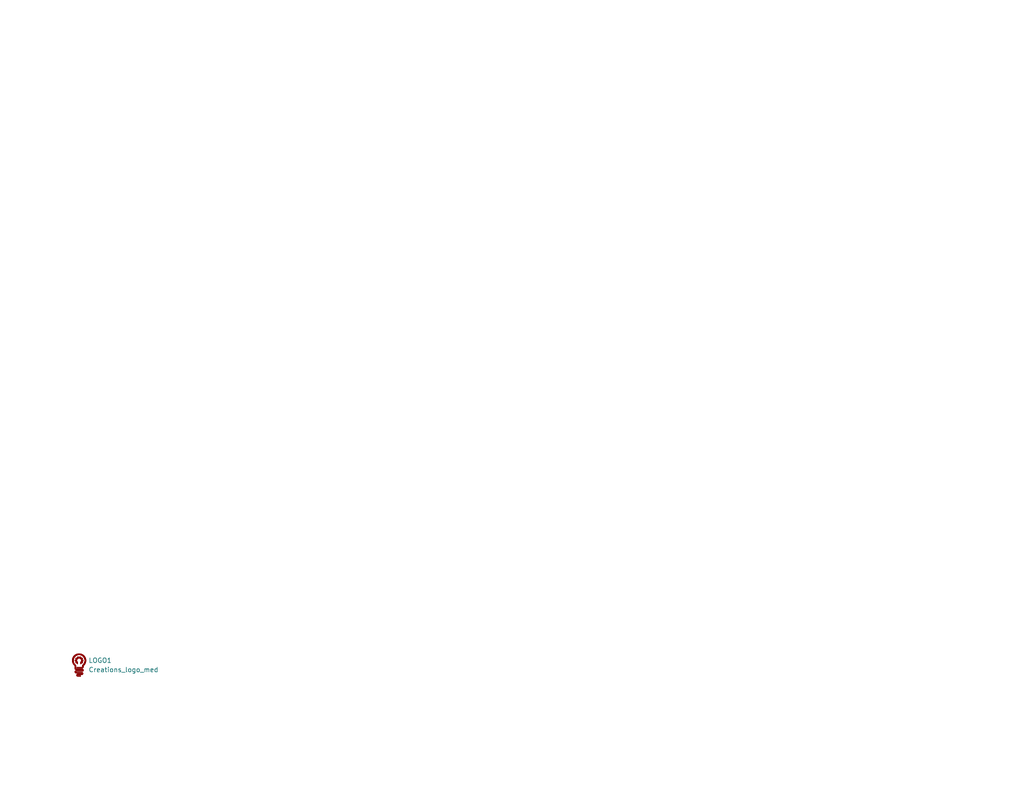
<source format=kicad_sch>
(kicad_sch (version 20211123) (generator eeschema)
  (paper "USLetter")
  (lib_symbols
    (symbol "Austins creations:2P_DIP"
      (property "Reference" "SW" (at 0 10.16 0))
      (property "Value" "2P_DIP" (at 0 7.62 0))
      (property "part #" "C2758181" (at 0 5.08 0))
      (symbol "2P_DIP_1_1"
        (pin passive line (at -7.62 1.27 0) (length 5.08) (name "~") (number "1"))
        (pin passive line (at -7.62 -1.27 0) (length 5.08) (name "~") (number "2"))
        (pin passive line (at 7.62 -1.27 180) (length 5.08) (name "~") (number "3"))
        (pin passive line (at 7.62 1.27 180) (length 5.08) (name "~") (number "4"))
      )
    )
    (symbol "Austins creations:2pinblock"
      (property "Reference" "ST" (at -7.62 2.54 0))
      (property "Value" "2pinblock" (at -7.62 0 0))
      (property "part #" "C192779" (at -7.62 -2.54 0))
      (symbol "2pinblock_1_0"
        (pin bidirectional line (at 7.62 -1.27 180) (length 5.08) (name "1") (number "1"))
        (pin bidirectional line (at 7.62 1.27 180) (length 5.08) (name "2") (number "2"))
      )
    )
    (symbol "Austins creations:4P_DIP"
      (property "Reference" "SW" (at 0 12.7 0))
      (property "Value" "4P_DIP" (at 0 10.16 0))
      (property "part #" "C2758183" (at 0 7.62 0))
      (symbol "4P_DIP_1_1"
        (pin passive line (at -7.62 3.81 0) (length 5.08) (name "~") (number "1"))
        (pin passive line (at -7.62 1.27 0) (length 5.08) (name "~") (number "2"))
        (pin passive line (at -7.62 -1.27 0) (length 5.08) (name "~") (number "3"))
        (pin passive line (at -7.62 -3.81 0) (length 5.08) (name "~") (number "4"))
        (pin passive line (at 7.62 -3.81 180) (length 5.08) (name "~") (number "5"))
        (pin passive line (at 7.62 -1.27 180) (length 5.08) (name "~") (number "6"))
        (pin passive line (at 7.62 1.27 180) (length 5.08) (name "~") (number "7"))
        (pin passive line (at 7.62 3.81 180) (length 5.08) (name "~") (number "8"))
      )
    )
    (symbol "Austins creations:R-RJ45R08P-8000"
      (property "Reference" "RJ45-" (at 0 3.81 0))
      (property "Value" "R-RJ45R08P-8000" (at 0 1.27 0))
      (symbol "R-RJ45R08P-8000_0_0"
        (text "BOTTOM" (at -3.81 -7.62 900) (effects (font (size 1.27 1.27))))
        (text "TOP" (at 5.08 -6.35 900) (effects (font (size 1.27 1.27))))
      )
      (symbol "R-RJ45R08P-8000_1_0"
        (pin bidirectional line (at -13.97 -5.08 0) (length 5.08) (name "A1") (number "A1"))
        (pin bidirectional line (at -13.97 -7.62 0) (length 5.08) (name "A2") (number "A2"))
        (pin bidirectional line (at -13.97 -10.16 0) (length 5.08) (name "A3") (number "A3"))
        (pin bidirectional line (at -13.97 -12.7 0) (length 5.08) (name "A4") (number "A4"))
        (pin bidirectional line (at -13.97 -15.24 0) (length 5.08) (name "A5") (number "A5"))
        (pin bidirectional line (at -13.97 -17.78 0) (length 5.08) (name "A6") (number "A6"))
        (pin bidirectional line (at -13.97 -20.32 0) (length 5.08) (name "A7") (number "A7"))
        (pin bidirectional line (at -13.97 -22.86 0) (length 5.08) (name "A8") (number "A8"))
        (pin bidirectional line (at -13.97 -25.4 0) (length 5.08) (name "B1") (number "B1"))
        (pin bidirectional line (at -13.97 -27.94 0) (length 5.08) (name "B2") (number "B2"))
        (pin bidirectional line (at -13.97 -30.48 0) (length 5.08) (name "B3") (number "B3"))
        (pin bidirectional line (at -13.97 -33.02 0) (length 5.08) (name "B4") (number "B4"))
        (pin bidirectional line (at -13.97 -35.56 0) (length 5.08) (name "B5") (number "B5"))
        (pin bidirectional line (at -13.97 -38.1 0) (length 5.08) (name "B6") (number "B6"))
        (pin bidirectional line (at -13.97 -40.64 0) (length 5.08) (name "B7") (number "B7"))
        (pin bidirectional line (at -13.97 -43.18 0) (length 5.08) (name "B8") (number "B8"))
        (pin bidirectional line (at -13.97 -45.72 0) (length 5.08) (name "C1") (number "C1"))
        (pin bidirectional line (at -13.97 -48.26 0) (length 5.08) (name "C2") (number "C2"))
        (pin bidirectional line (at -13.97 -50.8 0) (length 5.08) (name "C3") (number "C3"))
        (pin bidirectional line (at -13.97 -53.34 0) (length 5.08) (name "C4") (number "C4"))
        (pin bidirectional line (at -13.97 -55.88 0) (length 5.08) (name "C5") (number "C5"))
        (pin bidirectional line (at -13.97 -58.42 0) (length 5.08) (name "C6") (number "C6"))
        (pin bidirectional line (at -13.97 -60.96 0) (length 5.08) (name "C7") (number "C7"))
        (pin bidirectional line (at -13.97 -63.5 0) (length 5.08) (name "C8") (number "C8"))
        (pin bidirectional line (at -13.97 -66.04 0) (length 5.08) (name "D1") (number "D1"))
        (pin bidirectional line (at -13.97 -68.58 0) (length 5.08) (name "D2") (number "D2"))
        (pin bidirectional line (at -13.97 -71.12 0) (length 5.08) (name "D3") (number "D3"))
        (pin bidirectional line (at -13.97 -73.66 0) (length 5.08) (name "D4") (number "D4"))
        (pin bidirectional line (at -13.97 -76.2 0) (length 5.08) (name "D5") (number "D5"))
        (pin bidirectional line (at -13.97 -78.74 0) (length 5.08) (name "D6") (number "D6"))
        (pin bidirectional line (at -13.97 -81.28 0) (length 5.08) (name "D7") (number "D7"))
        (pin bidirectional line (at -13.97 -83.82 0) (length 5.08) (name "D8") (number "D8"))
        (pin bidirectional line (at 13.97 -5.08 180) (length 5.08) (name "E1") (number "E1"))
        (pin bidirectional line (at 13.97 -7.62 180) (length 5.08) (name "E2") (number "E2"))
        (pin bidirectional line (at 13.97 -10.16 180) (length 5.08) (name "E3") (number "E3"))
        (pin bidirectional line (at 13.97 -12.7 180) (length 5.08) (name "E4") (number "E4"))
        (pin bidirectional line (at 13.97 -15.24 180) (length 5.08) (name "E5") (number "E5"))
        (pin bidirectional line (at 13.97 -17.78 180) (length 5.08) (name "E6") (number "E6"))
        (pin bidirectional line (at 13.97 -20.32 180) (length 5.08) (name "E7") (number "E7"))
        (pin bidirectional line (at 13.97 -22.86 180) (length 5.08) (name "E8") (number "E8"))
        (pin bidirectional line (at 13.97 -25.4 180) (length 5.08) (name "F1") (number "F1"))
        (pin bidirectional line (at 13.97 -27.94 180) (length 5.08) (name "F2") (number "F2"))
        (pin bidirectional line (at 13.97 -30.48 180) (length 5.08) (name "F3") (number "F3"))
        (pin bidirectional line (at 13.97 -33.02 180) (length 5.08) (name "F4") (number "F4"))
        (pin bidirectional line (at 13.97 -35.56 180) (length 5.08) (name "F5") (number "F5"))
        (pin bidirectional line (at 13.97 -38.1 180) (length 5.08) (name "F6") (number "F6"))
        (pin bidirectional line (at 13.97 -40.64 180) (length 5.08) (name "F7") (number "F7"))
        (pin bidirectional line (at 13.97 -43.18 180) (length 5.08) (name "F8") (number "F8"))
        (pin bidirectional line (at 13.97 -45.72 180) (length 5.08) (name "G1") (number "G1"))
        (pin bidirectional line (at 13.97 -48.26 180) (length 5.08) (name "G2") (number "G2"))
        (pin bidirectional line (at 13.97 -50.8 180) (length 5.08) (name "G3") (number "G3"))
        (pin bidirectional line (at 13.97 -53.34 180) (length 5.08) (name "G4") (number "G4"))
        (pin bidirectional line (at 13.97 -55.88 180) (length 5.08) (name "G5") (number "G5"))
        (pin bidirectional line (at 13.97 -58.42 180) (length 5.08) (name "G6") (number "G6"))
        (pin bidirectional line (at 13.97 -60.96 180) (length 5.08) (name "G7") (number "G7"))
        (pin bidirectional line (at 13.97 -63.5 180) (length 5.08) (name "G8") (number "G8"))
        (pin bidirectional line (at 13.97 -66.04 180) (length 5.08) (name "H1") (number "H1"))
        (pin bidirectional line (at 13.97 -68.58 180) (length 5.08) (name "H2") (number "H2"))
        (pin bidirectional line (at 13.97 -71.12 180) (length 5.08) (name "H3") (number "H3"))
        (pin bidirectional line (at 13.97 -73.66 180) (length 5.08) (name "H4") (number "H4"))
        (pin bidirectional line (at 13.97 -76.2 180) (length 5.08) (name "H5") (number "H5"))
        (pin bidirectional line (at 13.97 -78.74 180) (length 5.08) (name "H6") (number "H6"))
        (pin bidirectional line (at 13.97 -81.28 180) (length 5.08) (name "H7") (number "H7"))
        (pin bidirectional line (at 13.97 -83.82 180) (length 5.08) (name "H8") (number "H8"))
        (pin bidirectional line (at 6.35 -95.25 90) (length 5.08) (name "MH1") (number "MH1"))
        (pin bidirectional line (at 3.81 -95.25 90) (length 5.08) (name "MH2") (number "MH2"))
        (pin bidirectional line (at 1.27 -95.25 90) (length 5.08) (name "MH3") (number "MH3"))
        (pin bidirectional line (at -1.27 -95.25 90) (length 5.08) (name "MH4") (number "MH4"))
        (pin bidirectional line (at -3.81 -95.25 90) (length 5.08) (name "MH5") (number "MH5"))
        (pin bidirectional line (at -6.35 -95.25 90) (length 5.08) (name "MH6") (number "MH6"))
      )
    )
    (symbol "Connector_Generic:Conn_02x03_Odd_Even" (pin_names (offset 1.016) hide)
      (property "Reference" "J" (at 1.27 5.08 0))
      (property "Value" "Conn_02x03_Odd_Even" (at 1.27 -5.08 0))
      (symbol "Conn_02x03_Odd_Even_1_1"
        (pin passive line (at -5.08 2.54 0) (length 3.81) (name "Pin_1") (number "1"))
        (pin passive line (at 7.62 2.54 180) (length 3.81) (name "Pin_2") (number "2"))
        (pin passive line (at -5.08 0 0) (length 3.81) (name "Pin_3") (number "3"))
        (pin passive line (at 7.62 0 180) (length 3.81) (name "Pin_4") (number "4"))
        (pin passive line (at -5.08 -2.54 0) (length 3.81) (name "Pin_5") (number "5"))
        (pin passive line (at 7.62 -2.54 180) (length 3.81) (name "Pin_6") (number "6"))
      )
    )
    (symbol "Connector_Generic_MountingPin:Conn_01x05_MountingPin" (pin_names (offset 1.016) hide)
      (property "Reference" "J" (at 0 7.62 0))
      (property "Value" "Conn_01x05_MountingPin" (at 1.27 -7.62 0))
      (symbol "Conn_01x05_MountingPin_1_1"
        (text "Mounting" (at 0 -6.731 0) (effects (font (size 0.381 0.381))))
        (pin passive line (at -5.08 5.08 0) (length 3.81) (name "Pin_1") (number "1"))
        (pin passive line (at -5.08 2.54 0) (length 3.81) (name "Pin_2") (number "2"))
        (pin passive line (at -5.08 0 0) (length 3.81) (name "Pin_3") (number "3"))
        (pin passive line (at -5.08 -2.54 0) (length 3.81) (name "Pin_4") (number "4"))
        (pin passive line (at -5.08 -5.08 0) (length 3.81) (name "Pin_5") (number "5"))
        (pin passive line (at 0 -10.16 90) (length 3.048) (name "MountPin") (number "MP"))
      )
    )
    (symbol "Device:C" (pin_numbers hide) (pin_names (offset 0.254))
      (property "Reference" "C" (at 0.635 2.54 0))
      (property "Value" "C" (at 0.635 -2.54 0))
      (symbol "C_1_1"
        (pin passive line (at 0 3.81 270) (length 2.794) (name "~") (number "1"))
        (pin passive line (at 0 -3.81 90) (length 2.794) (name "~") (number "2"))
      )
    )
    (symbol "Device:C_Polarized_US" (pin_numbers hide) (pin_names (offset 0.254) hide)
      (property "Reference" "C" (at 0.635 2.54 0))
      (property "Value" "C_Polarized_US" (at 0.635 -2.54 0))
      (symbol "C_Polarized_US_1_1"
        (pin passive line (at 0 3.81 270) (length 2.794) (name "~") (number "1"))
        (pin passive line (at 0 -3.81 90) (length 3.302) (name "~") (number "2"))
      )
    )
    (symbol "Device:LED" (pin_numbers hide) (pin_names (offset 1.016) hide)
      (property "Reference" "D" (at 0 2.54 0))
      (property "Value" "LED" (at 0 -2.54 0))
      (symbol "LED_1_1"
        (pin passive line (at -3.81 0 0) (length 2.54) (name "K") (number "1"))
        (pin passive line (at 3.81 0 180) (length 2.54) (name "A") (number "2"))
      )
    )
    (symbol "Device:R_Pack04" (pin_names (offset 0) hide)
      (property "Reference" "RN" (at -7.62 0 90))
      (property "Value" "R_Pack04" (at 5.08 0 90))
      (symbol "R_Pack04_1_1"
        (pin passive line (at -5.08 -5.08 90) (length 2.54) (name "R1.1") (number "1"))
        (pin passive line (at -2.54 -5.08 90) (length 2.54) (name "R2.1") (number "2"))
        (pin passive line (at 0 -5.08 90) (length 2.54) (name "R3.1") (number "3"))
        (pin passive line (at 2.54 -5.08 90) (length 2.54) (name "R4.1") (number "4"))
        (pin passive line (at 2.54 5.08 270) (length 2.54) (name "R4.2") (number "5"))
        (pin passive line (at 0 5.08 270) (length 2.54) (name "R3.2") (number "6"))
        (pin passive line (at -2.54 5.08 270) (length 2.54) (name "R2.2") (number "7"))
        (pin passive line (at -5.08 5.08 270) (length 2.54) (name "R1.2") (number "8"))
      )
    )
    (symbol "Device:R_US" (pin_numbers hide) (pin_names (offset 0))
      (property "Reference" "R" (at 2.54 0 90))
      (property "Value" "R_US" (at -2.54 0 90))
      (symbol "R_US_1_1"
        (pin passive line (at 0 3.81 270) (length 1.27) (name "~") (number "1"))
        (pin passive line (at 0 -3.81 90) (length 1.27) (name "~") (number "2"))
      )
    )
    (symbol "Device:Thermistor_PTC" (pin_numbers hide) (pin_names (offset 0))
      (property "Reference" "TH" (at -4.064 0 90))
      (property "Value" "Thermistor_PTC" (at 3.048 0 90))
      (symbol "Thermistor_PTC_1_1"
        (pin passive line (at 0 3.81 270) (length 1.27) (name "~") (number "1"))
        (pin passive line (at 0 -3.81 90) (length 1.27) (name "~") (number "2"))
      )
    )
    (symbol "Diode:SM4007" (pin_numbers hide) (pin_names (offset 1.016) hide)
      (property "Reference" "D" (at 0 2.54 0))
      (property "Value" "SM4007" (at 0 -2.54 0))
      (symbol "SM4007_1_1"
        (pin passive line (at -3.81 0 0) (length 2.54) (name "K") (number "1"))
        (pin passive line (at 3.81 0 180) (length 2.54) (name "A") (number "2"))
      )
    )
    (symbol "Interface_Expansion:MCP23017_SO" (pin_names (offset 1.016))
      (property "Reference" "U" (at -11.43 24.13 0))
      (property "Value" "MCP23017_SO" (at 0 0 0))
      (symbol "MCP23017_SO_1_1"
        (pin bidirectional line (at 17.78 20.32 180) (length 5.08) (name "GPB0") (number "1"))
        (pin power_in line (at 0 -27.94 90) (length 5.08) (name "VSS") (number "10"))
        (pin no_connect line (at -12.7 15.24 0) (length 5.08) hide (name "NC") (number "11"))
        (pin input line (at -17.78 17.78 0) (length 5.08) (name "SCK") (number "12"))
        (pin bidirectional line (at -17.78 20.32 0) (length 5.08) (name "SDA") (number "13"))
        (pin no_connect line (at -12.7 12.7 0) (length 5.08) hide (name "NC") (number "14"))
        (pin input line (at -17.78 -20.32 0) (length 5.08) (name "A0") (number "15"))
        (pin input line (at -17.78 -17.78 0) (length 5.08) (name "A1") (number "16"))
        (pin input line (at -17.78 -15.24 0) (length 5.08) (name "A2") (number "17"))
        (pin input line (at -17.78 -2.54 0) (length 5.08) (name "~{RESET}") (number "18"))
        (pin tri_state line (at -17.78 5.08 0) (length 5.08) (name "INTB") (number "19"))
        (pin bidirectional line (at 17.78 17.78 180) (length 5.08) (name "GPB1") (number "2"))
        (pin tri_state line (at -17.78 2.54 0) (length 5.08) (name "INTA") (number "20"))
        (pin bidirectional line (at 17.78 -2.54 180) (length 5.08) (name "GPA0") (number "21"))
        (pin bidirectional line (at 17.78 -5.08 180) (length 5.08) (name "GPA1") (number "22"))
        (pin bidirectional line (at 17.78 -7.62 180) (length 5.08) (name "GPA2") (number "23"))
        (pin bidirectional line (at 17.78 -10.16 180) (length 5.08) (name "GPA3") (number "24"))
        (pin bidirectional line (at 17.78 -12.7 180) (length 5.08) (name "GPA4") (number "25"))
        (pin bidirectional line (at 17.78 -15.24 180) (length 5.08) (name "GPA5") (number "26"))
        (pin bidirectional line (at 17.78 -17.78 180) (length 5.08) (name "GPA6") (number "27"))
        (pin bidirectional line (at 17.78 -20.32 180) (length 5.08) (name "GPA7") (number "28"))
        (pin bidirectional line (at 17.78 15.24 180) (length 5.08) (name "GPB2") (number "3"))
        (pin bidirectional line (at 17.78 12.7 180) (length 5.08) (name "GPB3") (number "4"))
        (pin bidirectional line (at 17.78 10.16 180) (length 5.08) (name "GPB4") (number "5"))
        (pin bidirectional line (at 17.78 7.62 180) (length 5.08) (name "GPB5") (number "6"))
        (pin bidirectional line (at 17.78 5.08 180) (length 5.08) (name "GPB6") (number "7"))
        (pin bidirectional line (at 17.78 2.54 180) (length 5.08) (name "GPB7") (number "8"))
        (pin power_in line (at 0 27.94 270) (length 5.08) (name "VDD") (number "9"))
      )
    )
    (symbol "Transistor_FET:AO3401A" (pin_names hide)
      (property "Reference" "Q" (at 5.08 1.905 0))
      (property "Value" "AO3401A" (at 5.08 0 0))
      (symbol "AO3401A_1_1"
        (pin input line (at -5.08 0 0) (length 2.54) (name "G") (number "1"))
        (pin passive line (at 2.54 -5.08 90) (length 2.54) (name "S") (number "2"))
        (pin passive line (at 2.54 5.08 270) (length 2.54) (name "D") (number "3"))
      )
    )
    (symbol "logos:Creations_logo_med"
      (property "Reference" "LOGO" (at 0 6.35 0))
      (property "Value" "Creations_logo_med" (at 0 3.81 0))
    )
    (symbol "power:GNDREF" (power) (pin_names (offset 0))
      (property "Value" "GNDREF" (at 0 -3.81 0))
      (symbol "GNDREF_1_1"
        (pin power_in line (at 0 0 270) (length 0) hide (name "GNDREF") (number "1"))
      )
    )
    (symbol "power:VCC" (power) (pin_names (offset 0))
      (property "Value" "VCC" (at 0 3.81 0))
      (symbol "VCC_1_1"
        (pin power_in line (at 0 0 90) (length 0) hide (name "VCC") (number "1"))
      )
    )
    (symbol "power:VDD" (power) (pin_names (offset 0))
      (property "Value" "VDD" (at 0 3.81 0))
      (symbol "VDD_1_1"
        (pin power_in line (at 0 0 90) (length 0) hide (name "VDD") (number "1"))
      )
    )
  )
  (junction (at -5.08 -93.98))
  (junction (at -160.02 109.22))
  (junction (at -160.02 203.2))
  (junction (at -128.27 140.97))
  (junction (at -200.66 189.23))
  (junction (at -167.64 181.61))
  (junction (at 228.6 -160.02))
  (junction (at 228.6 -99.06))
  (junction (at -200.66 109.22))
  (junction (at 243.84 -139.7))
  (junction (at -165.1 104.14))
  (junction (at -78.74 54.61))
  (junction (at -45.72 109.22))
  (junction (at -88.9 151.13))
  (junction (at -50.8 104.14))
  (junction (at 81.28 -119.38))
  (junction (at 81.28 -160.02))
  (junction (at -45.72 189.23))
  (junction (at -38.1 -66.04))
  (junction (at -73.66 163.83))
  (junction (at 110.49 -91.44))
  (junction (at -66.04 91.44))
  (junction (at -91.44 54.61))
  (junction (at 142.24 -82.55))
  (junction (at 213.36 -119.38))
  (junction (at -91.44 148.59))
  (junction (at -68.58 -78.74))
  (junction (at -66.04 54.61))
  (junction (at -167.64 101.6))
  (junction (at 95.25 -139.7))
  (junction (at 213.36 -81.28))
  (junction (at -165.1 184.15))
  (junction (at -76.2 161.29))
  (junction (at -73.66 54.61))
  (junction (at -60.96 54.61))
  (junction (at -78.74 158.75))
  (junction (at -160.02 189.23))
  (junction (at -162.56 186.69))
  (junction (at 213.36 -152.4))
  (junction (at 110.49 -81.28))
  (junction (at 142.24 -96.52))
  (junction (at 157.48 -62.23))
  (junction (at 95.25 -160.02))
  (junction (at 142.24 -102.87))
  (junction (at -53.34 54.61))
  (junction (at -200.66 106.68))
  (junction (at -58.42 179.07))
  (junction (at -147.32 91.44))
  (junction (at -60.96 96.52))
  (junction (at -76.2 81.28))
  (junction (at -160.02 123.19))
  (junction (at 156.21 -62.23))
  (junction (at -88.9 71.12))
  (junction (at -50.8 184.15))
  (junction (at 110.49 -99.06))
  (junction (at 213.36 -160.02))
  (junction (at -66.04 171.45))
  (junction (at -200.66 184.15))
  (junction (at -63.5 93.98))
  (junction (at -86.36 73.66))
  (junction (at 175.26 -11.43))
  (junction (at 110.49 -139.7))
  (junction (at -76.2 135.89))
  (junction (at -71.12 135.89))
  (junction (at 243.84 -160.02))
  (junction (at -63.5 173.99))
  (junction (at 213.36 -132.08))
  (junction (at 213.36 -99.06))
  (junction (at 213.36 -139.7))
  (junction (at -63.5 54.61))
  (junction (at -88.9 54.61))
  (junction (at -48.26 106.68))
  (junction (at 142.24 -116.84))
  (junction (at -83.82 54.61))
  (junction (at -48.26 135.89))
  (junction (at -58.42 99.06))
  (junction (at 142.24 -143.51))
  (junction (at -162.56 123.19))
  (junction (at -58.42 54.61))
  (junction (at 170.18 -116.84))
  (junction (at 213.36 -111.76))
  (junction (at -78.74 78.74))
  (junction (at 110.49 -101.6))
  (junction (at 110.49 -111.76))
  (junction (at 170.18 -143.51))
  (junction (at -63.5 -119.38))
  (junction (at -60.96 176.53))
  (junction (at -91.44 68.58))
  (junction (at 170.18 -82.55))
  (junction (at -128.27 54.61))
  (junction (at 95.25 -99.06))
  (junction (at 228.6 -139.7))
  (junction (at -48.26 186.69))
  (junction (at 213.36 -101.6))
  (junction (at 81.28 -139.7))
  (junction (at -73.66 135.89))
  (junction (at 142.24 -123.19))
  (junction (at -71.12 86.36))
  (junction (at -83.82 135.89))
  (junction (at 170.18 -137.16))
  (junction (at 95.25 -119.38))
  (junction (at 110.49 -160.02))
  (junction (at 228.6 -119.38))
  (junction (at 154.94 -62.23))
  (junction (at -71.12 166.37))
  (junction (at -50.8 54.61))
  (junction (at 160.02 -62.23))
  (junction (at -66.04 135.89))
  (junction (at 110.49 -142.24))
  (junction (at -86.36 153.67))
  (junction (at -83.82 76.2))
  (junction (at 243.84 -119.38))
  (junction (at 110.49 -121.92))
  (junction (at 170.18 -76.2))
  (junction (at -53.34 101.6))
  (junction (at -88.9 135.89))
  (junction (at 144.78 -11.43))
  (junction (at -162.56 203.2))
  (junction (at -128.27 135.89))
  (junction (at -53.34 135.89))
  (junction (at -91.44 135.89))
  (junction (at 110.49 -132.08))
  (junction (at 170.18 -123.19))
  (junction (at 213.36 -142.24))
  (junction (at 142.24 -137.16))
  (junction (at 170.18 -96.52))
  (junction (at 110.49 -152.4))
  (junction (at -68.58 -104.14))
  (junction (at -200.66 186.69))
  (junction (at -53.34 181.61))
  (junction (at -50.8 135.89))
  (junction (at -63.5 135.89))
  (junction (at 142.24 -76.2))
  (junction (at -128.27 60.96))
  (junction (at 213.36 -121.92))
  (junction (at -60.96 135.89))
  (junction (at 110.49 -119.38))
  (junction (at -147.32 123.19))
  (junction (at -58.42 135.89))
  (junction (at -200.66 104.14))
  (junction (at 170.18 -102.87))
  (junction (at -76.2 54.61))
  (junction (at -147.32 171.45))
  (junction (at 213.36 -91.44))
  (junction (at -73.66 83.82))
  (junction (at -78.74 135.89))
  (junction (at -48.26 54.61))
  (junction (at -86.36 54.61))
  (junction (at 152.4 -62.23))
  (junction (at -162.56 106.68))
  (junction (at -86.36 135.89))
  (junction (at -71.12 54.61))
  (junction (at -83.82 156.21))
  (junction (at -147.32 203.2))
  (wire (pts (xy -86.36 153.67) (xy -39.37 153.67)))
  (wire (pts (xy -147.32 171.45) (xy -146.05 171.45)))
  (wire (pts (xy -66.04 54.61) (xy -63.5 54.61)))
  (wire (pts (xy 170.18 -116.84) (xy 172.72 -116.84)))
  (wire (pts (xy 173.99 -19.05) (xy 175.26 -19.05)))
  (wire (pts (xy 243.84 -160.02) (xy 243.84 -139.7)))
  (wire (pts (xy 205.74 -139.7) (xy 213.36 -139.7)))
  (wire (pts (xy 142.24 -137.16) (xy 142.24 -134.62)))
  (wire (pts (xy -66.04 -81.28) (xy -66.04 -66.04)))
  (wire (pts (xy 81.28 -119.38) (xy 95.25 -119.38)))
  (wire (pts (xy -157.48 171.45) (xy -157.48 181.61)))
  (wire (pts (xy -110.49 166.37) (xy -90.17 166.37)))
  (wire (pts (xy 191.77 -143.51) (xy 228.6 -143.51)))
  (wire (pts (xy -67.31 93.98) (xy -63.5 93.98)))
  (wire (pts (xy -147.32 203.2) (xy -128.27 203.2)))
  (wire (pts (xy -102.87 76.2) (xy -110.49 76.2)))
  (wire (pts (xy -157.48 91.44) (xy -147.32 91.44)))
  (wire (pts (xy -60.96 54.61) (xy -58.42 54.61)))
  (wire (pts (xy -157.48 91.44) (xy -157.48 101.6)))
  (wire (pts (xy -53.34 -101.6) (xy -53.34 -100.33)))
  (wire (pts (xy -110.49 163.83) (xy -90.17 163.83)))
  (wire (pts (xy -147.32 71.12) (xy -146.05 71.12)))
  (wire (pts (xy 213.36 -111.76) (xy 220.98 -111.76)))
  (wire (pts (xy -60.96 135.89) (xy -58.42 135.89)))
  (wire (pts (xy -147.32 99.06) (xy -147.32 123.19)))
  (wire (pts (xy 144.78 -16.51) (xy 144.78 -11.43)))
  (wire (pts (xy 110.49 -111.76) (xy 102.87 -111.76)))
  (wire (pts (xy -110.49 189.23) (xy -64.77 189.23)))
  (wire (pts (xy -162.56 106.68) (xy -146.05 106.68)))
  (wire (pts (xy 144.78 -26.67) (xy 146.05 -26.67)))
  (wire (pts (xy 110.49 -152.4) (xy 102.87 -152.4)))
  (wire (pts (xy 213.36 -160.02) (xy 228.6 -160.02)))
  (wire (pts (xy -88.9 71.12) (xy -40.64 71.12)))
  (wire (pts (xy 130.81 -82.55) (xy 142.24 -82.55)))
  (wire (pts (xy -177.8 189.23) (xy -160.02 189.23)))
  (wire (pts (xy 118.11 -87.63) (xy 118.11 -81.28)))
  (wire (pts (xy -88.9 135.89) (xy -86.36 135.89)))
  (wire (pts (xy -63.5 173.99) (xy -39.37 173.99)))
  (wire (pts (xy 170.18 -76.2) (xy 172.72 -76.2)))
  (wire (pts (xy 95.25 -119.38) (xy 95.25 -116.84)))
  (wire (pts (xy -128.27 53.34) (xy -128.27 54.61)))
  (wire (pts (xy 95.25 -82.55) (xy 123.19 -82.55)))
  (wire (pts (xy -200.66 104.14) (xy -200.66 96.52)))
  (wire (pts (xy 246.38 -101.6) (xy 213.36 -101.6)))
  (wire (pts (xy -110.49 176.53) (xy -77.47 176.53)))
  (wire (pts (xy -46.99 -66.04) (xy -38.1 -66.04)))
  (wire (pts (xy 81.28 -99.06) (xy 95.25 -99.06)))
  (wire (pts (xy 228.6 -147.32) (xy 228.6 -143.51)))
  (wire (pts (xy -48.26 64.77) (xy -48.26 106.68)))
  (wire (pts (xy 213.36 -142.24) (xy 246.38 -142.24)))
  (wire (pts (xy 228.6 -119.38) (xy 228.6 -116.84)))
  (wire (pts (xy 22.86 -91.44) (xy 20.32 -91.44)))
  (wire (pts (xy -177.8 184.15) (xy -165.1 184.15)))
  (wire (pts (xy -58.42 146.05) (xy -58.42 179.07)))
  (wire (pts (xy 78.74 -142.24) (xy 110.49 -142.24)))
  (wire (pts (xy -110.49 156.21) (xy -102.87 156.21)))
  (wire (pts (xy -66.04 -81.28) (xy -59.69 -81.28)))
  (wire (pts (xy 118.11 -95.25) (xy 118.11 -99.06)))
  (wire (pts (xy -157.48 171.45) (xy -147.32 171.45)))
  (wire (pts (xy -110.49 148.59) (xy -102.87 148.59)))
  (wire (pts (xy -76.2 54.61) (xy -73.66 54.61)))
  (wire (pts (xy 243.84 -139.7) (xy 243.84 -119.38)))
  (wire (pts (xy 139.7 -11.43) (xy 144.78 -11.43)))
  (wire (pts (xy -167.64 101.6) (xy -168.91 101.6)))
  (wire (pts (xy 118.11 -135.89) (xy 118.11 -139.7)))
  (wire (pts (xy -88.9 151.13) (xy -39.37 151.13)))
  (wire (pts (xy 205.74 -119.38) (xy 213.36 -119.38)))
  (wire (pts (xy 142.24 -124.46) (xy 142.24 -123.19)))
  (wire (pts (xy -76.2 135.89) (xy -73.66 135.89)))
  (wire (pts (xy -162.56 106.68) (xy -162.56 113.03)))
  (wire (pts (xy 170.18 -104.14) (xy 170.18 -102.87)))
  (wire (pts (xy -200.66 186.69) (xy -200.66 184.15)))
  (wire (pts (xy 205.74 -107.95) (xy 205.74 -101.6)))
  (wire (pts (xy 78.74 -81.28) (xy 110.49 -81.28)))
  (wire (pts (xy 175.26 -16.51) (xy 175.26 -11.43)))
  (wire (pts (xy 170.18 -83.82) (xy 170.18 -82.55)))
  (wire (pts (xy -160.02 189.23) (xy -160.02 193.04)))
  (wire (pts (xy -53.34 -116.84) (xy -53.34 -115.57)))
  (wire (pts (xy -54.61 189.23) (xy -45.72 189.23)))
  (wire (pts (xy -77.47 91.44) (xy -110.49 91.44)))
  (wire (pts (xy 142.24 -116.84) (xy 142.24 -114.3)))
  (wire (pts (xy 205.74 -115.57) (xy 205.74 -119.38)))
  (wire (pts (xy 81.28 -139.7) (xy 81.28 -119.38)))
  (wire (pts (xy -86.36 73.66) (xy -40.64 73.66)))
  (wire (pts (xy -128.27 203.2) (xy -128.27 196.85)))
  (wire (pts (xy 95.25 -102.87) (xy 123.19 -102.87)))
  (wire (pts (xy -83.82 156.21) (xy -39.37 156.21)))
  (wire (pts (xy -76.2 64.77) (xy -76.2 81.28)))
  (wire (pts (xy 95.25 -86.36) (xy 95.25 -82.55)))
  (wire (pts (xy 175.26 -11.43) (xy 180.34 -11.43)))
  (wire (pts (xy -200.66 203.2) (xy -167.64 203.2)))
  (wire (pts (xy -91.44 148.59) (xy -39.37 148.59)))
  (wire (pts (xy 170.18 -143.51) (xy 184.15 -143.51)))
  (wire (pts (xy -165.1 104.14) (xy -165.1 113.03)))
  (wire (pts (xy -67.31 171.45) (xy -66.04 171.45)))
  (wire (pts (xy -45.72 109.22) (xy -40.64 109.22)))
  (wire (pts (xy 205.74 -128.27) (xy 205.74 -121.92)))
  (wire (pts (xy 213.36 -144.78) (xy 213.36 -142.24)))
  (wire (pts (xy 110.49 -144.78) (xy 110.49 -142.24)))
  (wire (pts (xy -54.61 101.6) (xy -53.34 101.6)))
  (wire (pts (xy 10.16 -93.98) (xy 12.7 -93.98)))
  (wire (pts (xy 154.94 -62.23) (xy 156.21 -62.23)))
  (wire (pts (xy -67.31 173.99) (xy -63.5 173.99)))
  (wire (pts (xy -147.32 91.44) (xy -146.05 91.44)))
  (wire (pts (xy 142.24 -143.51) (xy 142.24 -142.24)))
  (wire (pts (xy -200.66 109.22) (xy -193.04 109.22)))
  (wire (pts (xy -63.5 93.98) (xy -40.64 93.98)))
  (wire (pts (xy -68.58 -78.74) (xy -68.58 -104.14)))
  (wire (pts (xy -78.74 64.77) (xy -78.74 78.74)))
  (wire (pts (xy -54.61 104.14) (xy -50.8 104.14)))
  (wire (pts (xy -50.8 104.14) (xy -40.64 104.14)))
  (wire (pts (xy -91.44 146.05) (xy -91.44 148.59)))
  (wire (pts (xy -46.99 -81.28) (xy -38.1 -81.28)))
  (wire (pts (xy 170.18 -96.52) (xy 170.18 -93.98)))
  (wire (pts (xy -130.81 140.97) (xy -128.27 140.97)))
  (wire (pts (xy -48.26 54.61) (xy -45.72 54.61)))
  (wire (pts (xy 156.21 -62.23) (xy 157.48 -62.23)))
  (wire (pts (xy -60.96 -68.58) (xy -59.69 -68.58)))
  (wire (pts (xy 156.21 -59.69) (xy 156.21 -62.23)))
  (wire (pts (xy -83.82 146.05) (xy -83.82 156.21)))
  (wire (pts (xy -60.96 176.53) (xy -39.37 176.53)))
  (wire (pts (xy -27.94 -78.74) (xy -27.94 -77.47)))
  (wire (pts (xy -58.42 99.06) (xy -40.64 99.06)))
  (wire (pts (xy -46.99 -68.58) (xy -45.72 -68.58)))
  (wire (pts (xy -90.17 83.82) (xy -110.49 83.82)))
  (wire (pts (xy 243.84 -119.38) (xy 228.6 -119.38)))
  (wire (pts (xy -177.8 186.69) (xy -162.56 186.69)))
  (wire (pts (xy -46.99 -78.74) (xy -45.72 -78.74)))
  (wire (pts (xy -90.17 78.74) (xy -110.49 78.74)))
  (wire (pts (xy -82.55 -100.33) (xy -82.55 -99.06)))
  (wire (pts (xy -5.08 -100.33) (xy -5.08 -93.98)))
  (wire (pts (xy -102.87 71.12) (xy -110.49 71.12)))
  (wire (pts (xy -157.48 101.6) (xy -167.64 101.6)))
  (wire (pts (xy -74.93 -102.87) (xy -74.93 -104.14)))
  (wire (pts (xy -82.55 -109.22) (xy -82.55 -107.95)))
  (wire (pts (xy 228.6 -160.02) (xy 228.6 -157.48)))
  (wire (pts (xy 170.18 -76.2) (xy 170.18 -73.66)))
  (wire (pts (xy -73.66 83.82) (xy -40.64 83.82)))
  (wire (pts (xy 118.11 -115.57) (xy 118.11 -119.38)))
  (wire (pts (xy -162.56 186.69) (xy -162.56 193.04)))
  (wire (pts (xy -67.31 91.44) (xy -66.04 91.44)))
  (wire (pts (xy -200.66 106.68) (xy -193.04 106.68)))
  (wire (pts (xy -63.5 146.05) (xy -63.5 173.99)))
  (wire (pts (xy -128.27 135.89) (xy -128.27 140.97)))
  (wire (pts (xy -80.01 78.74) (xy -78.74 78.74)))
  (wire (pts (xy -167.64 181.61) (xy -167.64 193.04)))
  (wire (pts (xy -200.66 186.69) (xy -193.04 186.69)))
  (wire (pts (xy -80.01 81.28) (xy -76.2 81.28)))
  (wire (pts (xy -53.34 146.05) (xy -53.34 181.61)))
  (wire (pts (xy 110.49 -132.08) (xy 102.87 -132.08)))
  (wire (pts (xy -73.66 135.89) (xy -71.12 135.89)))
  (wire (pts (xy -78.74 158.75) (xy -39.37 158.75)))
  (wire (pts (xy -167.64 101.6) (xy -167.64 113.03)))
  (wire (pts (xy 228.6 -123.19) (xy 228.6 -127)))
  (wire (pts (xy -165.1 203.2) (xy -162.56 203.2)))
  (wire (pts (xy 95.25 -143.51) (xy 123.19 -143.51)))
  (wire (pts (xy 173.99 -26.67) (xy 175.26 -26.67)))
  (wire (pts (xy 205.74 -95.25) (xy 205.74 -99.06)))
  (wire (pts (xy 118.11 -142.24) (xy 110.49 -142.24)))
  (wire (pts (xy -200.66 104.14) (xy -193.04 104.14)))
  (wire (pts (xy 95.25 -106.68) (xy 95.25 -102.87)))
  (wire (pts (xy -110.49 151.13) (xy -102.87 151.13)))
  (wire (pts (xy -54.61 186.69) (xy -48.26 186.69)))
  (wire (pts (xy 205.74 -81.28) (xy 213.36 -81.28)))
  (wire (pts (xy -45.72 64.77) (xy -45.72 109.22)))
  (wire (pts (xy 139.7 -76.2) (xy 142.24 -76.2)))
  (wire (pts (xy 213.36 -91.44) (xy 220.98 -91.44)))
  (wire (pts (xy -60.96 96.52) (xy -40.64 96.52)))
  (wire (pts (xy -160.02 109.22) (xy -160.02 113.03)))
  (wire (pts (xy -50.8 135.89) (xy -48.26 135.89)))
  (wire (pts (xy -38.1 -66.04) (xy -38.1 -81.28)))
  (wire (pts (xy 170.18 -137.16) (xy 172.72 -137.16)))
  (wire (pts (xy 142.24 -83.82) (xy 142.24 -82.55)))
  (wire (pts (xy 142.24 -82.55) (xy 142.24 -81.28)))
  (wire (pts (xy -78.74 54.61) (xy -76.2 54.61)))
  (wire (pts (xy 10.16 -91.44) (xy 12.7 -91.44)))
  (wire (pts (xy -88.9 64.77) (xy -88.9 71.12)))
  (wire (pts (xy -167.64 123.19) (xy -200.66 123.19)))
  (wire (pts (xy 228.6 -106.68) (xy 228.6 -102.87)))
  (wire (pts (xy 110.49 -104.14) (xy 110.49 -101.6)))
  (wire (pts (xy -200.66 189.23) (xy -193.04 189.23)))
  (wire (pts (xy 118.11 -119.38) (xy 110.49 -119.38)))
  (wire (pts (xy 95.25 -123.19) (xy 123.19 -123.19)))
  (wire (pts (xy -38.1 -66.04) (xy -38.1 -60.96)))
  (wire (pts (xy 191.77 -102.87) (xy 228.6 -102.87)))
  (wire (pts (xy 213.36 -121.92) (xy 246.38 -121.92)))
  (wire (pts (xy -67.31 176.53) (xy -60.96 176.53)))
  (wire (pts (xy -160.02 109.22) (xy -146.05 109.22)))
  (wire (pts (xy -64.77 104.14) (xy -110.49 104.14)))
  (wire (pts (xy -80.01 158.75) (xy -78.74 158.75)))
  (wire (pts (xy 95.25 -160.02) (xy 81.28 -160.02)))
  (wire (pts (xy -157.48 181.61) (xy -167.64 181.61)))
  (wire (pts (xy 81.28 -139.7) (xy 95.25 -139.7)))
  (wire (pts (xy -177.8 181.61) (xy -176.53 181.61)))
  (wire (pts (xy -64.77 109.22) (xy -110.49 109.22)))
  (wire (pts (xy 205.74 -156.21) (xy 205.74 -160.02)))
  (wire (pts (xy -66.04 146.05) (xy -66.04 171.45)))
  (wire (pts (xy 95.25 -139.7) (xy 95.25 -137.16)))
  (wire (pts (xy 184.15 -102.87) (xy 170.18 -102.87)))
  (wire (pts (xy -77.47 99.06) (xy -110.49 99.06)))
  (wire (pts (xy -78.74 135.89) (xy -76.2 135.89)))
  (wire (pts (xy -200.66 189.23) (xy -200.66 186.69)))
  (wire (pts (xy 118.11 -156.21) (xy 118.11 -160.02)))
  (wire (pts (xy -110.49 179.07) (xy -77.47 179.07)))
  (wire (pts (xy 205.74 -142.24) (xy 213.36 -142.24)))
  (wire (pts (xy -128.27 135.89) (xy -91.44 135.89)))
  (wire (pts (xy -63.5 54.61) (xy -60.96 54.61)))
  (wire (pts (xy -128.27 54.61) (xy -91.44 54.61)))
  (wire (pts (xy -73.66 64.77) (xy -73.66 83.82)))
  (wire (pts (xy -147.32 68.58) (xy -146.05 68.58)))
  (wire (pts (xy -200.66 123.19) (xy -200.66 109.22)))
  (wire (pts (xy -110.49 158.75) (xy -90.17 158.75)))
  (wire (pts (xy -110.49 153.67) (xy -102.87 153.67)))
  (wire (pts (xy 213.36 -99.06) (xy 228.6 -99.06)))
  (wire (pts (xy -58.42 179.07) (xy -39.37 179.07)))
  (wire (pts (xy -58.42 64.77) (xy -58.42 99.06)))
  (wire (pts (xy -63.5 -104.14) (xy -53.34 -104.14)))
  (wire (pts (xy -83.82 76.2) (xy -40.64 76.2)))
  (wire (pts (xy -71.12 135.89) (xy -66.04 135.89)))
  (wire (pts (xy -66.04 135.89) (xy -63.5 135.89)))
  (wire (pts (xy -200.66 184.15) (xy -200.66 176.53)))
  (wire (pts (xy -60.96 64.77) (xy -60.96 96.52)))
  (wire (pts (xy -110.49 161.29) (xy -90.17 161.29)))
  (wire (pts (xy 130.81 -143.51) (xy 142.24 -143.51)))
  (wire (pts (xy 213.36 -81.28) (xy 246.38 -81.28)))
  (wire (pts (xy -90.17 86.36) (xy -110.49 86.36)))
  (wire (pts (xy 191.77 -123.19) (xy 228.6 -123.19)))
  (wire (pts (xy -45.72 146.05) (xy -45.72 189.23)))
  (wire (pts (xy -165.1 123.19) (xy -162.56 123.19)))
  (wire (pts (xy 173.99 -24.13) (xy 175.26 -24.13)))
  (wire (pts (xy -102.87 68.58) (xy -110.49 68.58)))
  (wire (pts (xy 170.18 -82.55) (xy 170.18 -81.28)))
  (wire (pts (xy 160.02 -62.23) (xy 162.56 -62.23)))
  (wire (pts (xy 78.74 -121.92) (xy 110.49 -121.92)))
  (wire (pts (xy 118.11 -81.28) (xy 110.49 -81.28)))
  (wire (pts (xy -76.2 161.29) (xy -39.37 161.29)))
  (wire (pts (xy 110.49 -83.82) (xy 110.49 -81.28)))
  (wire (pts (xy -54.61 181.61) (xy -53.34 181.61)))
  (wire (pts (xy 170.18 -144.78) (xy 170.18 -143.51)))
  (wire (pts (xy -71.12 64.77) (xy -71.12 86.36)))
  (wire (pts (xy 243.84 -119.38) (xy 243.84 -99.06)))
  (wire (pts (xy -50.8 146.05) (xy -50.8 184.15)))
  (wire (pts (xy 142.24 -102.87) (xy 142.24 -104.14)))
  (wire (pts (xy -46.99 -63.5) (xy -45.72 -63.5)))
  (wire (pts (xy 144.78 -24.13) (xy 146.05 -24.13)))
  (wire (pts (xy -80.01 83.82) (xy -73.66 83.82)))
  (wire (pts (xy 78.74 -101.6) (xy 110.49 -101.6)))
  (wire (pts (xy -92.71 76.2) (xy -83.82 76.2)))
  (wire (pts (xy -74.93 -104.14) (xy -68.58 -104.14)))
  (wire (pts (xy -80.01 86.36) (xy -71.12 86.36)))
  (wire (pts (xy 228.6 -139.7) (xy 213.36 -139.7)))
  (wire (pts (xy 130.81 -102.87) (xy 142.24 -102.87)))
  (wire (pts (xy 139.7 -137.16) (xy 142.24 -137.16)))
  (wire (pts (xy -58.42 54.61) (xy -53.34 54.61)))
  (wire (pts (xy 228.6 -86.36) (xy 228.6 -82.55)))
  (wire (pts (xy -66.04 171.45) (xy -39.37 171.45)))
  (wire (pts (xy -54.61 184.15) (xy -50.8 184.15)))
  (wire (pts (xy -54.61 106.68) (xy -48.26 106.68)))
  (wire (pts (xy -90.17 81.28) (xy -110.49 81.28)))
  (wire (pts (xy 157.48 -62.23) (xy 160.02 -62.23)))
  (wire (pts (xy -165.1 184.15) (xy -146.05 184.15)))
  (wire (pts (xy 191.77 -82.55) (xy 228.6 -82.55)))
  (wire (pts (xy -71.12 86.36) (xy -40.64 86.36)))
  (wire (pts (xy 170.18 -123.19) (xy 170.18 -121.92)))
  (wire (pts (xy -177.8 106.68) (xy -162.56 106.68)))
  (wire (pts (xy -92.71 153.67) (xy -86.36 153.67)))
  (wire (pts (xy -102.87 73.66) (xy -110.49 73.66)))
  (wire (pts (xy -60.96 146.05) (xy -60.96 176.53)))
  (wire (pts (xy -160.02 123.19) (xy -147.32 123.19)))
  (wire (pts (xy -92.71 71.12) (xy -88.9 71.12)))
  (wire (pts (xy -200.66 203.2) (xy -200.66 189.23)))
  (wire (pts (xy 173.99 -21.59) (xy 175.26 -21.59)))
  (wire (pts (xy -63.5 135.89) (xy -60.96 135.89)))
  (wire (pts (xy -147.32 123.19) (xy -128.27 123.19)))
  (wire (pts (xy -77.47 93.98) (xy -110.49 93.98)))
  (wire (pts (xy -45.72 189.23) (xy -39.37 189.23)))
  (wire (pts (xy 152.4 -62.23) (xy 154.94 -62.23)))
  (wire (pts (xy -167.64 181.61) (xy -168.91 181.61)))
  (wire (pts (xy -78.74 78.74) (xy -40.64 78.74)))
  (wire (pts (xy -71.12 146.05) (xy -71.12 166.37)))
  (wire (pts (xy 228.6 -160.02) (xy 243.84 -160.02)))
  (wire (pts (xy 110.49 -124.46) (xy 110.49 -121.92)))
  (wire (pts (xy 228.6 -99.06) (xy 228.6 -96.52)))
  (wire (pts (xy -80.01 161.29) (xy -76.2 161.29)))
  (wire (pts (xy 213.36 -152.4) (xy 220.98 -152.4)))
  (wire (pts (xy -147.32 151.13) (xy -146.05 151.13)))
  (wire (pts (xy -86.36 135.89) (xy -83.82 135.89)))
  (wire (pts (xy 110.49 -99.06) (xy 95.25 -99.06)))
  (wire (pts (xy -80.01 163.83) (xy -73.66 163.83)))
  (wire (pts (xy -80.01 166.37) (xy -71.12 166.37)))
  (wire (pts (xy 205.74 -99.06) (xy 213.36 -99.06)))
  (wire (pts (xy -74.93 -95.25) (xy -74.93 -93.98)))
  (wire (pts (xy -67.31 179.07) (xy -58.42 179.07)))
  (wire (pts (xy -139.7 60.96) (xy -138.43 60.96)))
  (wire (pts (xy -71.12 166.37) (xy -39.37 166.37)))
  (wire (pts (xy -194.31 101.6) (xy -193.04 101.6)))
  (wire (pts (xy -68.58 -78.74) (xy -59.69 -78.74)))
  (wire (pts (xy 243.84 -99.06) (xy 228.6 -99.06)))
  (wire (pts (xy 81.28 -162.56) (xy 81.28 -160.02)))
  (wire (pts (xy -92.71 68.58) (xy -91.44 68.58)))
  (wire (pts (xy 243.84 -139.7) (xy 228.6 -139.7)))
  (wire (pts (xy 142.24 -102.87) (xy 142.24 -101.6)))
  (wire (pts (xy -76.2 81.28) (xy -40.64 81.28)))
  (wire (pts (xy -82.55 -119.38) (xy -63.5 -119.38)))
  (wire (pts (xy -177.8 109.22) (xy -160.02 109.22)))
  (wire (pts (xy -66.04 91.44) (xy -40.64 91.44)))
  (wire (pts (xy -73.66 146.05) (xy -73.66 163.83)))
  (wire (pts (xy 110.49 -91.44) (xy 102.87 -91.44)))
  (wire (pts (xy 184.15 -82.55) (xy 170.18 -82.55)))
  (wire (pts (xy 142.24 -96.52) (xy 142.24 -93.98)))
  (wire (pts (xy -91.44 54.61) (xy -88.9 54.61)))
  (wire (pts (xy -92.71 156.21) (xy -83.82 156.21)))
  (wire (pts (xy -53.34 64.77) (xy -53.34 101.6)))
  (wire (pts (xy -71.12 54.61) (xy -66.04 54.61)))
  (wire (pts (xy -50.8 64.77) (xy -50.8 104.14)))
  (wire (pts (xy 95.25 -127) (xy 95.25 -123.19)))
  (wire (pts (xy -110.49 171.45) (xy -77.47 171.45)))
  (wire (pts (xy -59.69 -63.5) (xy -68.58 -63.5)))
  (wire (pts (xy 149.86 -62.23) (xy 152.4 -62.23)))
  (wire (pts (xy -67.31 99.06) (xy -58.42 99.06)))
  (wire (pts (xy 118.11 -99.06) (xy 110.49 -99.06)))
  (wire (pts (xy -110.49 186.69) (xy -64.77 186.69)))
  (wire (pts (xy 139.7 -96.52) (xy 142.24 -96.52)))
  (wire (pts (xy 213.36 -124.46) (xy 213.36 -121.92)))
  (wire (pts (xy -59.69 -66.04) (xy -66.04 -66.04)))
  (wire (pts (xy -147.32 148.59) (xy -146.05 148.59)))
  (wire (pts (xy 110.49 -160.02) (xy 95.25 -160.02)))
  (wire (pts (xy 205.74 -135.89) (xy 205.74 -139.7)))
  (wire (pts (xy -83.82 54.61) (xy -78.74 54.61)))
  (wire (pts (xy 144.78 -19.05) (xy 146.05 -19.05)))
  (wire (pts (xy 142.24 -144.78) (xy 142.24 -143.51)))
  (wire (pts (xy 170.18 -143.51) (xy 170.18 -142.24)))
  (wire (pts (xy -64.77 101.6) (xy -110.49 101.6)))
  (wire (pts (xy -88.9 146.05) (xy -88.9 151.13)))
  (wire (pts (xy 142.24 -76.2) (xy 142.24 -73.66)))
  (wire (pts (xy 142.24 -123.19) (xy 142.24 -121.92)))
  (wire (pts (xy -58.42 135.89) (xy -53.34 135.89)))
  (wire (pts (xy -54.61 109.22) (xy -45.72 109.22)))
  (wire (pts (xy -50.8 184.15) (xy -39.37 184.15)))
  (wire (pts (xy 95.25 -147.32) (xy 95.25 -143.51)))
  (wire (pts (xy 170.18 -116.84) (xy 170.18 -114.3)))
  (wire (pts (xy -66.04 64.77) (xy -66.04 91.44)))
  (wire (pts (xy 170.18 -137.16) (xy 170.18 -134.62)))
  (wire (pts (xy 139.7 -116.84) (xy 142.24 -116.84)))
  (wire (pts (xy -110.49 181.61) (xy -64.77 181.61)))
  (wire (pts (xy -139.7 140.97) (xy -138.43 140.97)))
  (wire (pts (xy 144.78 -21.59) (xy 146.05 -21.59)))
  (wire (pts (xy 243.84 -162.56) (xy 243.84 -160.02)))
  (wire (pts (xy -67.31 96.52) (xy -60.96 96.52)))
  (wire (pts (xy 213.36 -119.38) (xy 228.6 -119.38)))
  (wire (pts (xy 205.74 -101.6) (xy 213.36 -101.6)))
  (wire (pts (xy -60.96 -83.82) (xy -59.69 -83.82)))
  (wire (pts (xy -92.71 73.66) (xy -86.36 73.66)))
  (wire (pts (xy 81.28 -119.38) (xy 81.28 -99.06)))
  (wire (pts (xy -160.02 189.23) (xy -146.05 189.23)))
  (wire (pts (xy -110.49 184.15) (xy -64.77 184.15)))
  (wire (pts (xy 213.36 -104.14) (xy 213.36 -101.6)))
  (wire (pts (xy 118.11 -128.27) (xy 118.11 -121.92)))
  (wire (pts (xy -128.27 123.19) (xy -128.27 116.84)))
  (wire (pts (xy -200.66 109.22) (xy -200.66 106.68)))
  (wire (pts (xy 170.18 -124.46) (xy 170.18 -123.19)))
  (wire (pts (xy -92.71 151.13) (xy -88.9 151.13)))
  (wire (pts (xy -200.66 184.15) (xy -193.04 184.15)))
  (wire (pts (xy -160.02 203.2) (xy -147.32 203.2)))
  (wire (pts (xy 118.11 -148.59) (xy 118.11 -142.24)))
  (wire (pts (xy -128.27 133.35) (xy -128.27 135.89)))
  (wire (pts (xy -147.32 179.07) (xy -147.32 203.2)))
  (wire (pts (xy -63.5 -119.38) (xy -63.5 -104.14)))
  (wire (pts (xy -48.26 186.69) (xy -39.37 186.69)))
  (wire (pts (xy 205.74 -87.63) (xy 205.74 -81.28)))
  (wire (pts (xy -53.34 181.61) (xy -39.37 181.61)))
  (wire (pts (xy -53.34 54.61) (xy -50.8 54.61)))
  (wire (pts (xy -200.66 106.68) (xy -200.66 104.14)))
  (wire (pts (xy -83.82 64.77) (xy -83.82 76.2)))
  (wire (pts (xy 205.74 -121.92) (xy 213.36 -121.92)))
  (wire (pts (xy -64.77 106.68) (xy -110.49 106.68)))
  (wire (pts (xy -91.44 68.58) (xy -40.64 68.58)))
  (wire (pts (xy -48.26 106.68) (xy -40.64 106.68)))
  (wire (pts (xy -63.5 64.77) (xy -63.5 93.98)))
  (wire (pts (xy 118.11 -121.92) (xy 110.49 -121.92)))
  (wire (pts (xy -83.82 135.89) (xy -78.74 135.89)))
  (wire (pts (xy -177.8 101.6) (xy -176.53 101.6)))
  (wire (pts (xy 228.6 -139.7) (xy 228.6 -137.16)))
  (wire (pts (xy -110.49 173.99) (xy -77.47 173.99)))
  (wire (pts (xy -194.31 181.61) (xy -193.04 181.61)))
  (wire (pts (xy -50.8 54.61) (xy -48.26 54.61)))
  (wire (pts (xy -88.9 54.61) (xy -86.36 54.61)))
  (wire (pts (xy -128.27 54.61) (xy -128.27 60.96)))
  (wire (pts (xy 118.11 -160.02) (xy 110.49 -160.02)))
  (wire (pts (xy 205.74 -148.59) (xy 205.74 -142.24)))
  (wire (pts (xy -86.36 64.77) (xy -86.36 73.66)))
  (wire (pts (xy -160.02 203.2) (xy -162.56 203.2)))
  (wire (pts (xy 170.18 -102.87) (xy 170.18 -101.6)))
  (wire (pts (xy -68.58 -63.5) (xy -68.58 -78.74)))
  (wire (pts (xy -86.36 146.05) (xy -86.36 153.67)))
  (wire (pts (xy -74.93 -86.36) (xy -74.93 -85.09)))
  (wire (pts (xy -78.74 146.05) (xy -78.74 158.75)))
  (wire (pts (xy -63.5 -119.38) (xy -53.34 -119.38)))
  (wire (pts (xy -160.02 123.19) (xy -162.56 123.19)))
  (wire (pts (xy -91.44 135.89) (xy -88.9 135.89)))
  (wire (pts (xy 213.36 -132.08) (xy 220.98 -132.08)))
  (wire (pts (xy 81.28 -160.02) (xy 81.28 -139.7)))
  (wire (pts (xy -73.66 163.83) (xy -39.37 163.83)))
  (wire (pts (xy -5.08 -93.98) (xy -5.08 -91.44)))
  (wire (pts (xy -162.56 186.69) (xy -146.05 186.69)))
  (wire (pts (xy 110.49 -139.7) (xy 95.25 -139.7)))
  (wire (pts (xy -130.81 60.96) (xy -128.27 60.96)))
  (wire (pts (xy 118.11 -101.6) (xy 110.49 -101.6)))
  (wire (pts (xy -82.55 -119.38) (xy -82.55 -116.84)))
  (wire (pts (xy -53.34 101.6) (xy -40.64 101.6)))
  (wire (pts (xy -73.66 54.61) (xy -71.12 54.61)))
  (wire (pts (xy -53.34 135.89) (xy -50.8 135.89)))
  (wire (pts (xy -86.36 54.61) (xy -83.82 54.61)))
  (wire (pts (xy -48.26 146.05) (xy -48.26 186.69)))
  (wire (pts (xy 110.49 -119.38) (xy 95.25 -119.38)))
  (wire (pts (xy 170.18 -123.19) (xy 184.15 -123.19)))
  (wire (pts (xy -165.1 104.14) (xy -146.05 104.14)))
  (wire (pts (xy -177.8 104.14) (xy -165.1 104.14)))
  (wire (pts (xy 118.11 -139.7) (xy 110.49 -139.7)))
  (wire (pts (xy -48.26 135.89) (xy -45.72 135.89)))
  (wire (pts (xy -165.1 184.15) (xy -165.1 193.04)))
  (wire (pts (xy -92.71 148.59) (xy -91.44 148.59)))
  (wire (pts (xy -77.47 96.52) (xy -110.49 96.52)))
  (wire (pts (xy 22.86 -93.98) (xy 20.32 -93.98)))
  (wire (pts (xy -27.94 -69.85) (xy -27.94 -68.58)))
  (wire (pts (xy -76.2 146.05) (xy -76.2 161.29)))
  (wire (pts (xy 95.25 -99.06) (xy 95.25 -96.52)))
  (wire (pts (xy -91.44 64.77) (xy -91.44 68.58)))
  (wire (pts (xy -46.99 -83.82) (xy -45.72 -83.82)))
  (wire (pts (xy 118.11 -107.95) (xy 118.11 -101.6)))
  (wire (pts (xy 213.36 -83.82) (xy 213.36 -81.28)))
  (wire (pts (xy 95.25 -160.02) (xy 95.25 -157.48)))
  (wire (pts (xy 130.81 -123.19) (xy 142.24 -123.19)))
  (wire (pts (xy 170.18 -96.52) (xy 172.72 -96.52)))
  (wire (pts (xy 205.74 -160.02) (xy 213.36 -160.02)))
  (global_label "SDA" (shape input) (at -45.72 -83.82 0) (effects (font (size 1 1))) (property "Intersheet References" "${INTERSHEET_REFS}" (effects hide)))
  (global_label "p2-a" (shape input) (at 142.24 -152.4 180) (effects (font (size 1 1))) (property "Intersheet References" "${INTERSHEET_REFS}" (effects hide)))
  (global_label "p2-b" (shape input) (at 142.24 -149.86 180) (effects (font (size 1 1))) (property "Intersheet References" "${INTERSHEET_REFS}" (effects hide)))
  (global_label "p5-d" (shape input) (at 170.18 -99.06 0) (effects (font (size 1 1))) (property "Intersheet References" "${INTERSHEET_REFS}" (effects hide)))
  (global_label "p5-a" (shape input) (at 170.18 -111.76 0) (effects (font (size 1 1))) (property "Intersheet References" "${INTERSHEET_REFS}" (effects hide)))
  (global_label "p2-b" (shape input) (at -40.64 104.14 0) (effects (font (size 1 1))) (property "Intersheet References" "${INTERSHEET_REFS}" (effects hide)))
  (global_label "p7-c" (shape input) (at 170.18 -86.36 0) (effects (font (size 1 1))) (property "Intersheet References" "${INTERSHEET_REFS}" (effects hide)))
  (global_label "p5-c" (shape input) (at -39.37 176.53 0) (effects (font (size 1 1))) (property "Intersheet References" "${INTERSHEET_REFS}" (effects hide)))
  (global_label "p8-c" (shape input) (at 142.24 -86.36 180) (effects (font (size 1 1))) (property "Intersheet References" "${INTERSHEET_REFS}" (effects hide)))
  (global_label "p2-d" (shape input) (at -40.64 109.22 0) (effects (font (size 1 1))) (property "Intersheet References" "${INTERSHEET_REFS}" (effects hide)))
  (global_label "pw6" (shape input) (at 173.99 -24.13 180) (effects (font (size 1 1))) (property "Intersheet References" "${INTERSHEET_REFS}" (effects hide)))
  (global_label "p1-c" (shape input) (at 170.18 -147.32 0) (effects (font (size 1 1))) (property "Intersheet References" "${INTERSHEET_REFS}" (effects hide)))
  (global_label "p7-c" (shape input) (at -39.37 153.67 0) (effects (font (size 1 1))) (property "Intersheet References" "${INTERSHEET_REFS}" (effects hide)))
  (global_label "p5-b" (shape input) (at -39.37 173.99 0) (effects (font (size 1 1))) (property "Intersheet References" "${INTERSHEET_REFS}" (effects hide)))
  (global_label "p6-a" (shape input) (at -39.37 181.61 0) (effects (font (size 1 1))) (property "Intersheet References" "${INTERSHEET_REFS}" (effects hide)))
  (global_label "p7-d" (shape input) (at -39.37 156.21 0) (effects (font (size 1 1))) (property "Intersheet References" "${INTERSHEET_REFS}" (effects hide)))
  (global_label "RST" (shape input) (at -45.72 -63.5 0) (effects (font (size 1 1))) (property "Intersheet References" "${INTERSHEET_REFS}" (effects hide)))
  (global_label "pw4" (shape input) (at 78.74 -121.92 180) (effects (font (size 1 1))) (property "Intersheet References" "${INTERSHEET_REFS}" (effects hide)))
  (global_label "pw1" (shape input) (at 146.05 -26.67 0) (effects (font (size 1 1))) (property "Intersheet References" "${INTERSHEET_REFS}" (effects hide)))
  (global_label "p8-b" (shape input) (at 142.24 -88.9 180) (effects (font (size 1 1))) (property "Intersheet References" "${INTERSHEET_REFS}" (effects hide)))
  (global_label "p2-c" (shape input) (at 142.24 -147.32 180) (effects (font (size 1 1))) (property "Intersheet References" "${INTERSHEET_REFS}" (effects hide)))
  (global_label "p5-c" (shape input) (at 170.18 -106.68 0) (effects (font (size 1 1))) (property "Intersheet References" "${INTERSHEET_REFS}" (effects hide)))
  (global_label "SCL" (shape input) (at -147.32 151.13 180) (effects (font (size 1 1))) (property "Intersheet References" "${INTERSHEET_REFS}" (effects hide)))
  (global_label "pw4" (shape input) (at 146.05 -19.05 0) (effects (font (size 1 1))) (property "Intersheet References" "${INTERSHEET_REFS}" (effects hide)))
  (global_label "p6-d" (shape input) (at -39.37 189.23 0) (effects (font (size 1 1))) (property "Intersheet References" "${INTERSHEET_REFS}" (effects hide)))
  (global_label "pw8" (shape input) (at 78.74 -81.28 180) (effects (font (size 1 1))) (property "Intersheet References" "${INTERSHEET_REFS}" (effects hide)))
  (global_label "p8-d" (shape input) (at -39.37 166.37 0) (effects (font (size 1 1))) (property "Intersheet References" "${INTERSHEET_REFS}" (effects hide)))
  (global_label "p2-a" (shape input) (at -40.64 101.6 0) (effects (font (size 1 1))) (property "Intersheet References" "${INTERSHEET_REFS}" (effects hide)))
  (global_label "p6-b" (shape input) (at -39.37 184.15 0) (effects (font (size 1 1))) (property "Intersheet References" "${INTERSHEET_REFS}" (effects hide)))
  (global_label "p8-d" (shape input) (at 142.24 -78.74 180) (effects (font (size 1 1))) (property "Intersheet References" "${INTERSHEET_REFS}" (effects hide)))
  (global_label "p5-d" (shape input) (at -39.37 179.07 0) (effects (font (size 1 1))) (property "Intersheet References" "${INTERSHEET_REFS}" (effects hide)))
  (global_label "RST" (shape input) (at -194.31 181.61 180) (effects (font (size 1 1))) (property "Intersheet References" "${INTERSHEET_REFS}" (effects hide)))
  (global_label "p1-d" (shape input) (at 170.18 -139.7 0) (effects (font (size 1 1))) (property "Intersheet References" "${INTERSHEET_REFS}" (effects hide)))
  (global_label "p3-c" (shape input) (at 170.18 -127 0) (effects (font (size 1 1))) (property "Intersheet References" "${INTERSHEET_REFS}" (effects hide)))
  (global_label "SDA" (shape input) (at -45.72 -68.58 0) (effects (font (size 1 1))) (property "Intersheet References" "${INTERSHEET_REFS}" (effects hide)))
  (global_label "p2-d" (shape input) (at 142.24 -139.7 180) (effects (font (size 1 1))) (property "Intersheet References" "${INTERSHEET_REFS}" (effects hide)))
  (global_label "p6-d" (shape input) (at 142.24 -99.06 180) (effects (font (size 1 1))) (property "Intersheet References" "${INTERSHEET_REFS}" (effects hide)))
  (global_label "p3-c" (shape input) (at -40.64 73.66 0) (effects (font (size 1 1))) (property "Intersheet References" "${INTERSHEET_REFS}" (effects hide)))
  (global_label "p3-a" (shape input) (at -40.64 68.58 0) (effects (font (size 1 1))) (property "Intersheet References" "${INTERSHEET_REFS}" (effects hide)))
  (global_label "p6-b" (shape input) (at 142.24 -109.22 180) (effects (font (size 1 1))) (property "Intersheet References" "${INTERSHEET_REFS}" (effects hide)))
  (global_label "p6-c" (shape input) (at -39.37 186.69 0) (effects (font (size 1 1))) (property "Intersheet References" "${INTERSHEET_REFS}" (effects hide)))
  (global_label "p3-a" (shape input) (at 170.18 -132.08 0) (effects (font (size 1 1))) (property "Intersheet References" "${INTERSHEET_REFS}" (effects hide)))
  (global_label "p1-c" (shape input) (at -40.64 96.52 0) (effects (font (size 1 1))) (property "Intersheet References" "${INTERSHEET_REFS}" (effects hide)))
  (global_label "pw2" (shape input) (at 78.74 -142.24 180) (effects (font (size 1 1))) (property "Intersheet References" "${INTERSHEET_REFS}" (effects hide)))
  (global_label "pw1" (shape input) (at 246.38 -142.24 0) (effects (font (size 1 1))) (property "Intersheet References" "${INTERSHEET_REFS}" (effects hide)))
  (global_label "SCL" (shape input) (at -60.96 -68.58 180) (effects (font (size 1 1))) (property "Intersheet References" "${INTERSHEET_REFS}" (effects hide)))
  (global_label "pw7" (shape input) (at 246.38 -81.28 0) (effects (font (size 1 1))) (property "Intersheet References" "${INTERSHEET_REFS}" (effects hide)))
  (global_label "p4-d" (shape input) (at -40.64 86.36 0) (effects (font (size 1 1))) (property "Intersheet References" "${INTERSHEET_REFS}" (effects hide)))
  (global_label "SDA" (shape input) (at 22.86 -91.44 0) (effects (font (size 1 1))) (property "Intersheet References" "${INTERSHEET_REFS}" (effects hide)))
  (global_label "p4-d" (shape input) (at 142.24 -119.38 180) (effects (font (size 1 1))) (property "Intersheet References" "${INTERSHEET_REFS}" (effects hide)))
  (global_label "p8-a" (shape input) (at -39.37 158.75 0) (effects (font (size 1 1))) (property "Intersheet References" "${INTERSHEET_REFS}" (effects hide)))
  (global_label "pw8" (shape input) (at 173.99 -19.05 180) (effects (font (size 1 1))) (property "Intersheet References" "${INTERSHEET_REFS}" (effects hide)))
  (global_label "SCL" (shape input) (at -60.96 -83.82 180) (effects (font (size 1 1))) (property "Intersheet References" "${INTERSHEET_REFS}" (effects hide)))
  (global_label "pw2" (shape input) (at 146.05 -24.13 0) (effects (font (size 1 1))) (property "Intersheet References" "${INTERSHEET_REFS}" (effects hide)))
  (global_label "p6-a" (shape input) (at 142.24 -111.76 180) (effects (font (size 1 1))) (property "Intersheet References" "${INTERSHEET_REFS}" (effects hide)))
  (global_label "p5-a" (shape input) (at -39.37 171.45 0) (effects (font (size 1 1))) (property "Intersheet References" "${INTERSHEET_REFS}" (effects hide)))
  (global_label "p1-d" (shape input) (at -40.64 99.06 0) (effects (font (size 1 1))) (property "Intersheet References" "${INTERSHEET_REFS}" (effects hide)))
  (global_label "pw3" (shape input) (at 146.05 -21.59 0) (effects (font (size 1 1))) (property "Intersheet References" "${INTERSHEET_REFS}" (effects hide)))
  (global_label "p1-a" (shape input) (at 170.18 -152.4 0) (effects (font (size 1 1))) (property "Intersheet References" "${INTERSHEET_REFS}" (effects hide)))
  (global_label "p1-b" (shape input) (at 170.18 -149.86 0) (effects (font (size 1 1))) (property "Intersheet References" "${INTERSHEET_REFS}" (effects hide)))
  (global_label "p1-a" (shape input) (at -40.64 91.44 0) (effects (font (size 1 1))) (property "Intersheet References" "${INTERSHEET_REFS}" (effects hide)))
  (global_label "p7-a" (shape input) (at -39.37 148.59 0) (effects (font (size 1 1))) (property "Intersheet References" "${INTERSHEET_REFS}" (effects hide)))
  (global_label "pw5" (shape input) (at 173.99 -26.67 180) (effects (font (size 1 1))) (property "Intersheet References" "${INTERSHEET_REFS}" (effects hide)))
  (global_label "p3-b" (shape input) (at 170.18 -129.54 0) (effects (font (size 1 1))) (property "Intersheet References" "${INTERSHEET_REFS}" (effects hide)))
  (global_label "pw3" (shape input) (at 246.38 -121.92 0) (effects (font (size 1 1))) (property "Intersheet References" "${INTERSHEET_REFS}" (effects hide)))
  (global_label "pw7" (shape input) (at 173.99 -21.59 180) (effects (font (size 1 1))) (property "Intersheet References" "${INTERSHEET_REFS}" (effects hide)))
  (global_label "p4-c" (shape input) (at 142.24 -127 180) (effects (font (size 1 1))) (property "Intersheet References" "${INTERSHEET_REFS}" (effects hide)))
  (global_label "SDA" (shape input) (at -147.32 148.59 180) (effects (font (size 1 1))) (property "Intersheet References" "${INTERSHEET_REFS}" (effects hide)))
  (global_label "p3-d" (shape input) (at -40.64 76.2 0) (effects (font (size 1 1))) (property "Intersheet References" "${INTERSHEET_REFS}" (effects hide)))
  (global_label "SCL" (shape input) (at -147.32 71.12 180) (effects (font (size 1 1))) (property "Intersheet References" "${INTERSHEET_REFS}" (effects hide)))
  (global_label "pw6" (shape input) (at 78.74 -101.6 180) (effects (font (size 1 1))) (property "Intersheet References" "${INTERSHEET_REFS}" (effects hide)))
  (global_label "p4-a" (shape input) (at 142.24 -132.08 180) (effects (font (size 1 1))) (property "Intersheet References" "${INTERSHEET_REFS}" (effects hide)))
  (global_label "p7-d" (shape input) (at 170.18 -78.74 0) (effects (font (size 1 1))) (property "Intersheet References" "${INTERSHEET_REFS}" (effects hide)))
  (global_label "p3-b" (shape input) (at -40.64 71.12 0) (effects (font (size 1 1))) (property "Intersheet References" "${INTERSHEET_REFS}" (effects hide)))
  (global_label "p8-b" (shape input) (at -39.37 161.29 0) (effects (font (size 1 1))) (property "Intersheet References" "${INTERSHEET_REFS}" (effects hide)))
  (global_label "p7-b" (shape input) (at -39.37 151.13 0) (effects (font (size 1 1))) (property "Intersheet References" "${INTERSHEET_REFS}" (effects hide)))
  (global_label "p3-d" (shape input) (at 170.18 -119.38 0) (effects (font (size 1 1))) (property "Intersheet References" "${INTERSHEET_REFS}" (effects hide)))
  (global_label "p6-c" (shape input) (at 142.24 -106.68 180) (effects (font (size 1 1))) (property "Intersheet References" "${INTERSHEET_REFS}" (effects hide)))
  (global_label "p5-b" (shape input) (at 170.18 -109.22 0) (effects (font (size 1 1))) (property "Intersheet References" "${INTERSHEET_REFS}" (effects hide)))
  (global_label "p7-a" (shape input) (at 170.18 -91.44 0) (effects (font (size 1 1))) (property "Intersheet References" "${INTERSHEET_REFS}" (effects hide)))
  (global_label "p4-b" (shape input) (at 142.24 -129.54 180) (effects (font (size 1 1))) (property "Intersheet References" "${INTERSHEET_REFS}" (effects hide)))
  (global_label "p8-a" (shape input) (at 142.24 -91.44 180) (effects (font (size 1 1))) (property "Intersheet References" "${INTERSHEET_REFS}" (effects hide)))
  (global_label "p2-c" (shape input) (at -40.64 106.68 0) (effects (font (size 1 1))) (property "Intersheet References" "${INTERSHEET_REFS}" (effects hide)))
  (global_label "p4-b" (shape input) (at -40.64 81.28 0) (effects (font (size 1 1))) (property "Intersheet References" "${INTERSHEET_REFS}" (effects hide)))
  (global_label "p7-b" (shape input) (at 170.18 -88.9 0) (effects (font (size 1 1))) (property "Intersheet References" "${INTERSHEET_REFS}" (effects hide)))
  (global_label "p8-c" (shape input) (at -39.37 163.83 0) (effects (font (size 1 1))) (property "Intersheet References" "${INTERSHEET_REFS}" (effects hide)))
  (global_label "p1-b" (shape input) (at -40.64 93.98 0) (effects (font (size 1 1))) (property "Intersheet References" "${INTERSHEET_REFS}" (effects hide)))
  (global_label "SCL" (shape input) (at 22.86 -93.98 0) (effects (font (size 1 1))) (property "Intersheet References" "${INTERSHEET_REFS}" (effects hide)))
  (global_label "p4-a" (shape input) (at -40.64 78.74 0) (effects (font (size 1 1))) (property "Intersheet References" "${INTERSHEET_REFS}" (effects hide)))
  (global_label "p4-c" (shape input) (at -40.64 83.82 0) (effects (font (size 1 1))) (property "Intersheet References" "${INTERSHEET_REFS}" (effects hide)))
  (global_label "RST" (shape input) (at -45.72 -78.74 0) (effects (font (size 1 1))) (property "Intersheet References" "${INTERSHEET_REFS}" (effects hide)))
  (global_label "SDA" (shape input) (at -147.32 68.58 180) (effects (font (size 1 1))) (property "Intersheet References" "${INTERSHEET_REFS}" (effects hide)))
  (global_label "pw5" (shape input) (at 246.38 -101.6 0) (effects (font (size 1 1))) (property "Intersheet References" "${INTERSHEET_REFS}" (effects hide)))
  (global_label "RST" (shape input) (at -194.31 101.6 180) (effects (font (size 1 1))) (property "Intersheet References" "${INTERSHEET_REFS}" (effects hide)))
  (symbol (lib_id "Device:R_US") (at 213.36 -135.89 0) (unit 1)
    (property "Reference" "R27" (at 215.9 -138.43 0) (effects (justify left)))
    (property "Value" "18k" (at 215.9 -135.89 0) (effects (justify left)))
    (property "Footprint" "Resistor_SMD:R_0603_1608Metric" (effects hide))
    (property "part #" "C25810" (at 218.44 -133.35 0) (effects (font (size 1 1))))
  )
  (symbol (lib_id "power:GNDREF") (at -27.94 -68.58 0) (unit 1)
    (property "Reference" "#PWR0102" (effects hide))
    (property "Value" "GND" (at -27.94 -63.5 0))
  )
  (symbol (lib_id "Device:R_US") (at 16.51 -93.98 90) (unit 1)
    (property "Reference" "R3" (at 16.51 -99.06 90))
    (property "Value" "10k" (at 16.51 -96.52 90))
    (property "Footprint" "Resistor_SMD:R_0603_1608Metric" (effects hide))
  )
  (symbol (lib_id "Device:R_US") (at 110.49 -115.57 0) (mirror y) (unit 1)
    (property "Reference" "R23" (at 107.95 -118.11 0) (effects (justify left)))
    (property "Value" "18k" (at 107.95 -115.57 0) (effects (justify left)))
    (property "Footprint" "Resistor_SMD:R_0603_1608Metric" (effects hide))
    (property "part #" "C25810" (at 105.41 -113.03 0) (effects (font (size 1 1))))
  )
  (symbol (lib_id "Device:R_US") (at 16.51 -91.44 90) (unit 1)
    (property "Reference" "R4" (at 16.51 -88.9 90))
    (property "Value" "10k" (at 16.51 -86.36 90))
    (property "Footprint" "Resistor_SMD:R_0603_1608Metric" (effects hide))
  )
  (symbol (lib_id "Device:R_US") (at 118.11 -111.76 0) (mirror y) (unit 1)
    (property "Reference" "R9" (at 115.57 -113.0301 0) (effects (justify left)))
    (property "Value" "10k" (at 115.57 -110.4901 0) (effects (justify left)))
    (property "Footprint" "Resistor_SMD:R_0603_1608Metric" (effects hide))
  )
  (symbol (lib_id "Device:R_Pack04") (at -59.69 106.68 90) (mirror x) (unit 1)
    (property "Reference" "RN12" (at -62.23 119.38 90) (effects (justify right)))
    (property "Value" "1k" (at -62.23 116.84 90) (effects (justify right)))
    (property "Footprint" "Resistor_SMD:R_Array_Convex_4x0603" (effects hide))
    (property "part #" "C20197" (at -58.42 114.3 90))
  )
  (symbol (lib_id "Device:R_US") (at 110.49 -156.21 0) (mirror y) (unit 1)
    (property "Reference" "R19" (at 107.95 -158.75 0) (effects (justify left)))
    (property "Value" "18k" (at 107.95 -156.21 0) (effects (justify left)))
    (property "Footprint" "Resistor_SMD:R_0603_1608Metric" (effects hide))
    (property "part #" "C25810" (at 105.41 -153.67 0) (effects (font (size 1 1))))
  )
  (symbol (lib_id "Device:R_Pack04") (at -48.26 140.97 0) (mirror x) (unit 1)
    (property "Reference" "RN10" (at -45.72 129.54 0) (effects (justify right)))
    (property "Value" "10k" (at -45.72 132.08 0) (effects (justify right)))
    (property "Footprint" "Resistor_SMD:R_Array_Convex_4x0603" (effects hide))
    (property "part #" "C29718" (at -49.53 134.62 0))
  )
  (symbol (lib_id "Diode:SM4007") (at -172.72 101.6 0) (unit 1)
    (property "Reference" "D1" (at -172.72 93.98 0))
    (property "Value" "SM4007" (at -172.72 96.52 0))
    (property "Footprint" "Diode_SMD:D_SOD-123F" (effects hide))
    (property "Datasheet" "http://cdn-reichelt.de/documents/datenblatt/A400/SMD1N400%23DIO.pdf" (effects hide))
    (property "part #" "C64898" (at -172.72 99.06 0))
  )
  (symbol (lib_id "Austins creations:4P_DIP") (at -185.42 185.42 0) (mirror x) (unit 1)
    (property "Reference" "SW2" (at -185.42 198.12 0))
    (property "Value" "SW_DIP_x04" (at -185.42 195.58 0))
    (property "Footprint" "Austins creations:4P_DIP" (effects hide))
    (property "part #" "C2758183" (at -185.42 193.04 0))
  )
  (symbol (lib_id "power:GNDREF") (at -147.32 203.2 0) (unit 1)
    (property "Reference" "#PWR0126" (effects hide))
    (property "Value" "GND" (at -147.32 208.28 0))
  )
  (symbol (lib_id "power:VDD") (at -27.94 -78.74 0) (unit 1)
    (property "Reference" "#PWR0113" (effects hide))
    (property "Value" "VDD" (at -27.94 -83.82 0))
  )
  (symbol (lib_id "Device:R_US") (at 118.11 -152.4 0) (mirror y) (unit 1)
    (property "Reference" "R7" (at 115.57 -153.6701 0) (effects (justify left)))
    (property "Value" "10k" (at 115.57 -151.1301 0) (effects (justify left)))
    (property "Footprint" "Resistor_SMD:R_0603_1608Metric" (effects hide))
  )
  (symbol (lib_id "Device:R_US") (at 213.36 -148.59 0) (unit 1)
    (property "Reference" "R2" (at 215.9 -149.8601 0) (effects (justify left)))
    (property "Value" "10k" (at 215.9 -147.3201 0) (effects (justify left)))
    (property "Footprint" "Resistor_SMD:R_0603_1608Metric" (effects hide))
  )
  (symbol (lib_id "Device:R_US") (at 118.11 -132.08 0) (mirror y) (unit 1)
    (property "Reference" "R8" (at 115.57 -133.3501 0) (effects (justify left)))
    (property "Value" "10k" (at 115.57 -130.8101 0) (effects (justify left)))
    (property "Footprint" "Resistor_SMD:R_0603_1608Metric" (effects hide))
  )
  (symbol (lib_id "Transistor_FET:AO3401A") (at 226.06 -152.4 0) (unit 1)
    (property "Reference" "Q1" (at 232.41 -154.94 0) (effects (justify left)))
    (property "Value" "AO3401A" (at 232.41 -152.4 0) (effects (justify left)))
    (property "Footprint" "Package_TO_SOT_SMD:SOT-23" (effects hide))
    (property "Datasheet" "http://www.aosmd.com/pdfs/datasheet/AO3401A.pdf" (effects hide))
    (property "part #" "C727156" (at 236.22 -149.86 0))
  )
  (symbol (lib_id "power:GNDREF") (at 172.72 -137.16 0) (unit 1)
    (property "Reference" "#PWR0104" (effects hide))
    (property "Value" "GND" (at 176.53 -135.89 0))
  )
  (symbol (lib_id "Austins creations:2P_DIP") (at 2.54 -92.71 180) (unit 1)
    (property "Reference" "SW5" (at 2.54 -102.87 0))
    (property "Value" "2P_DIP" (at 2.54 -100.33 0))
    (property "Footprint" "Austins creations:2P_DIP" (effects hide))
    (property "part #" "C2758181" (at 2.54 -97.79 0))
  )
  (symbol (lib_id "Austins creations:2pinblock") (at -45.72 -102.87 180) (unit 1)
    (property "Reference" "J4" (at -40.64 -105.4101 0) (effects (justify right)))
    (property "Value" "Screw_Terminal_01x02" (at -40.64 -102.8701 0) (effects (justify right)))
    (property "Footprint" "Austins creations:2pinblock" (effects hide))
    (property "part #" "C192779" (at -40.64 -100.3301 0) (effects (justify right)))
  )
  (symbol (lib_id "Device:R_US") (at 110.49 -128.27 0) (mirror y) (unit 1)
    (property "Reference" "R22" (at 107.95 -129.5401 0) (effects (justify left)))
    (property "Value" "10k" (at 107.95 -127.0001 0) (effects (justify left)))
    (property "Footprint" "Resistor_SMD:R_0603_1608Metric" (effects hide))
  )
  (symbol (lib_id "Transistor_FET:AO3401A") (at 226.06 -132.08 0) (unit 1)
    (property "Reference" "Q3" (at 232.41 -134.62 0) (effects (justify left)))
    (property "Value" "AO3401A" (at 232.41 -132.08 0) (effects (justify left)))
    (property "Footprint" "Package_TO_SOT_SMD:SOT-23" (effects hide))
    (property "Datasheet" "http://www.aosmd.com/pdfs/datasheet/AO3401A.pdf" (effects hide))
    (property "part #" "C727156" (at 236.22 -129.54 0))
  )
  (symbol (lib_id "Device:R_US") (at 205.74 -91.44 0) (unit 1)
    (property "Reference" "R14" (at 208.28 -92.7101 0) (effects (justify left)))
    (property "Value" "10k" (at 208.28 -90.1701 0) (effects (justify left)))
    (property "Footprint" "Resistor_SMD:R_0603_1608Metric" (effects hide))
  )
  (symbol (lib_id "Austins creations:4P_DIP") (at -185.42 105.41 0) (mirror x) (unit 1)
    (property "Reference" "SW1" (at -185.42 118.11 0))
    (property "Value" "SW_DIP_x04" (at -185.42 115.57 0))
    (property "Footprint" "Austins creations:4P_DIP" (effects hide))
    (property "part #" "C2758183" (at -185.42 113.03 0))
  )
  (symbol (lib_id "Device:R_Pack04") (at -85.09 83.82 90) (mirror x) (unit 1)
    (property "Reference" "RN15" (at -87.63 119.38 90) (effects (justify right)))
    (property "Value" "1k" (at -87.63 116.84 90) (effects (justify right)))
    (property "Footprint" "Resistor_SMD:R_Array_Convex_4x0603" (effects hide))
    (property "part #" "C20197" (at -83.82 114.3 90))
  )
  (symbol (lib_id "power:GNDREF") (at 139.7 -116.84 0) (unit 1)
    (property "Reference" "#PWR0117" (effects hide))
    (property "Value" "GND" (at 135.89 -115.57 0))
  )
  (symbol (lib_id "Transistor_FET:AO3401A") (at 97.79 -111.76 0) (mirror y) (unit 1)
    (property "Reference" "Q6" (at 91.44 -114.3 0) (effects (justify left)))
    (property "Value" "AO3401A" (at 91.44 -111.76 0) (effects (justify left)))
    (property "Footprint" "Package_TO_SOT_SMD:SOT-23" (effects hide))
    (property "Datasheet" "http://www.aosmd.com/pdfs/datasheet/AO3401A.pdf" (effects hide))
    (property "part #" "C727156" (at 87.63 -109.22 0))
  )
  (symbol (lib_id "power:GNDREF") (at -38.1 -60.96 0) (unit 1)
    (property "Reference" "#PWR0101" (effects hide))
    (property "Value" "GND" (at -38.1 -57.15 0))
  )
  (symbol (lib_id "Device:R_Pack04") (at -59.69 186.69 90) (mirror x) (unit 1)
    (property "Reference" "RN14" (at -62.23 199.39 90) (effects (justify right)))
    (property "Value" "1k" (at -62.23 196.85 90) (effects (justify right)))
    (property "Footprint" "Resistor_SMD:R_Array_Convex_4x0603" (effects hide))
    (property "part #" "C20197" (at -58.42 194.31 90))
  )
  (symbol (lib_id "Device:R_Pack04") (at -72.39 176.53 90) (mirror x) (unit 1)
    (property "Reference" "RN18" (at -74.93 199.39 90) (effects (justify right)))
    (property "Value" "1k" (at -74.93 196.85 90) (effects (justify right)))
    (property "Footprint" "Resistor_SMD:R_Array_Convex_4x0603" (effects hide))
    (property "part #" "C20197" (at -71.12 194.31 90))
  )
  (symbol (lib_id "Device:R_US") (at 110.49 -107.95 0) (mirror y) (unit 1)
    (property "Reference" "R24" (at 107.95 -109.2201 0) (effects (justify left)))
    (property "Value" "10k" (at 107.95 -106.6801 0) (effects (justify left)))
    (property "Footprint" "Resistor_SMD:R_0603_1608Metric" (effects hide))
  )
  (symbol (lib_id "Device:R_Pack04") (at -97.79 73.66 90) (mirror x) (unit 1)
    (property "Reference" "RN11" (at -100.33 119.38 90) (effects (justify right)))
    (property "Value" "1k" (at -100.33 116.84 90) (effects (justify right)))
    (property "Footprint" "Resistor_SMD:R_Array_Convex_4x0603" (effects hide))
    (property "part #" "C20197" (at -96.52 114.3 90))
  )
  (symbol (lib_id "Device:R_Pack04") (at -72.39 96.52 90) (mirror x) (unit 1)
    (property "Reference" "RN16" (at -76.2 119.38 90) (effects (justify right)))
    (property "Value" "1k" (at -76.2 116.84 90) (effects (justify right)))
    (property "Footprint" "Resistor_SMD:R_Array_Convex_4x0603" (effects hide))
    (property "part #" "C20197" (at -72.39 114.3 90))
  )
  (symbol (lib_id "Device:Thermistor_PTC") (at 187.96 -102.87 90) (unit 1)
    (property "Reference" "TH5" (at 187.96 -111.76 90))
    (property "Value" "Fuse_PTC" (at 187.96 -109.22 90))
    (property "Footprint" "Resistor_SMD:R_0603_1608Metric" (effects hide))
    (property "part #" "C883087" (at 187.96 -106.68 90))
  )
  (symbol (lib_id "power:VCC") (at -200.66 176.53 0) (unit 1)
    (property "Reference" "#PWR0125" (effects hide))
    (property "Value" "VCC" (at -200.66 171.45 0))
  )
  (symbol (lib_id "Device:LED") (at -82.55 -113.03 90) (unit 1)
    (property "Reference" "D3" (at -78.74 -114.3 90))
    (property "Value" "red/yellow" (at -74.93 -111.76 90))
    (property "Footprint" "LED_SMD:LED_0603_1608Metric" (effects hide))
  )
  (symbol (lib_id "power:GNDREF") (at 175.26 -11.43 0) (unit 1)
    (property "Reference" "#PWR0152" (effects hide))
    (property "Value" "GND" (at 175.26 -6.35 0))
  )
  (symbol (lib_id "power:GNDREF") (at 139.7 -96.52 0) (unit 1)
    (property "Reference" "#PWR0116" (effects hide))
    (property "Value" "GND" (at 135.89 -95.25 0))
  )
  (symbol (lib_id "power:GNDREF") (at 139.7 -137.16 0) (unit 1)
    (property "Reference" "#PWR0118" (effects hide))
    (property "Value" "GND" (at 135.89 -135.89 0))
  )
  (symbol (lib_id "Austins creations:2pinblock") (at -45.72 -118.11 180) (unit 1)
    (property "Reference" "J3" (at -40.64 -120.6501 0) (effects (justify right)))
    (property "Value" "Screw_Terminal_01x02" (at -40.64 -118.1101 0) (effects (justify right)))
    (property "Footprint" "Austins creations:2pinblock" (effects hide))
    (property "part #" "C192779" (at -40.64 -115.5701 0) (effects (justify right)))
  )
  (symbol (lib_id "Device:R_Pack04") (at -85.09 163.83 90) (mirror x) (unit 1)
    (property "Reference" "RN17" (at -87.63 199.39 90) (effects (justify right)))
    (property "Value" "1k" (at -87.63 196.85 90) (effects (justify right)))
    (property "Footprint" "Resistor_SMD:R_Array_Convex_4x0603" (effects hide))
    (property "part #" "C20197" (at -83.82 194.31 90))
  )
  (symbol (lib_id "Device:R_Pack04") (at -73.66 140.97 0) (mirror x) (unit 1)
    (property "Reference" "RN6" (at -71.12 129.54 0) (effects (justify right)))
    (property "Value" "10k" (at -71.12 132.08 0) (effects (justify right)))
    (property "Footprint" "Resistor_SMD:R_Array_Convex_4x0603" (effects hide))
    (property "part #" "C29718" (at -74.93 134.62 0))
  )
  (symbol (lib_id "Device:R_US") (at 213.36 -156.21 0) (unit 1)
    (property "Reference" "R1" (at 215.9 -158.75 0) (effects (justify left)))
    (property "Value" "18k" (at 215.9 -156.21 0) (effects (justify left)))
    (property "Footprint" "Resistor_SMD:R_0603_1608Metric" (effects hide))
    (property "part #" "C25810" (at 218.44 -153.67 0) (effects (font (size 1 1))))
  )
  (symbol (lib_id "power:VCC") (at -200.66 96.52 0) (unit 1)
    (property "Reference" "#PWR0124" (effects hide))
    (property "Value" "VCC" (at -200.66 91.44 0))
  )
  (symbol (lib_id "Device:Thermistor_PTC") (at 187.96 -82.55 90) (unit 1)
    (property "Reference" "TH7" (at 187.96 -91.44 90))
    (property "Value" "Fuse_PTC" (at 187.96 -88.9 90))
    (property "Footprint" "Resistor_SMD:R_0603_1608Metric" (effects hide))
    (property "part #" "C883087" (at 187.96 -86.36 90))
  )
  (symbol (lib_id "Device:R_US") (at 213.36 -128.27 0) (unit 1)
    (property "Reference" "R28" (at 215.9 -129.5401 0) (effects (justify left)))
    (property "Value" "10k" (at 215.9 -127.0001 0) (effects (justify left)))
    (property "Footprint" "Resistor_SMD:R_0603_1608Metric" (effects hide))
  )
  (symbol (lib_id "Austins creations:R-RJ45R08P-8000") (at 156.21 -157.48 0) (unit 1)
    (property "Reference" "RJ45-1" (at 156.21 -162.56 0))
    (property "Value" "R-RJ45R08P-8000" (at 156.21 -160.02 0))
    (property "Footprint" "Austins creations:R-RJ45R08P-8000" (effects hide))
    (property "part #" "C386760" (at 156.21 -157.48 0) (effects (font (size 1 1))))
  )
  (symbol (lib_id "Connector_Generic_MountingPin:Conn_01x05_MountingPin") (at 180.34 -21.59 0) (unit 1)
    (property "Reference" "J5" (at 182.88 -22.5045 0) (effects (justify left)))
    (property "Value" "Conn_01x05_MountingPin" (at 182.88 -19.9645 0) (effects (justify left)))
    (property "Footprint" "Connector_JST:JST_GH_SM05B-GHS-TB_1x05-1MP_P1.25mm_Horizontal" (effects hide))
    (property "part #" "C225114" (at 186.69 -17.78 0) (effects (font (size 1 1))))
  )
  (symbol (lib_id "Device:R_US") (at 213.36 -107.95 0) (unit 1)
    (property "Reference" "R30" (at 215.9 -109.2201 0) (effects (justify left)))
    (property "Value" "10k" (at 215.9 -106.6801 0) (effects (justify left)))
    (property "Footprint" "Resistor_SMD:R_0603_1608Metric" (effects hide))
  )
  (symbol (lib_id "power:GNDREF") (at -53.34 -100.33 0) (unit 1)
    (property "Reference" "#PWR0109" (effects hide))
    (property "Value" "GND" (at -53.34 -95.25 0))
  )
  (symbol (lib_id "Device:R_Pack04") (at -86.36 140.97 0) (mirror x) (unit 1)
    (property "Reference" "RN4" (at -83.82 129.54 0) (effects (justify right)))
    (property "Value" "10k" (at -83.82 132.08 0) (effects (justify right)))
    (property "Footprint" "Resistor_SMD:R_Array_Convex_4x0603" (effects hide))
    (property "part #" "C29718" (at -87.63 134.62 0))
  )
  (symbol (lib_id "logos:Creations_logo_med") (at 21.59 180.34 0) (unit 1)
    (property "Reference" "LOGO1" (at 24.13 180.3145 0) (effects (justify left)))
    (property "Value" "Creations_logo_med" (at 24.13 182.8545 0) (effects (justify left)))
    (property "Footprint" "logos:Creations logo med" (effects hide))
  )
  (symbol (lib_id "Connector_Generic:Conn_02x03_Odd_Even") (at -54.61 -66.04 0) (unit 1)
    (property "Reference" "J2" (at -53.34 -74.93 0))
    (property "Value" "Conn_02x03_Odd_Even" (at -53.34 -72.39 0))
    (property "Footprint" "Connector_IDC:IDC-Header_2x03_P2.54mm_Vertical" (effects hide))
  )
  (symbol (lib_id "Device:LED") (at -74.93 -99.06 90) (unit 1)
    (property "Reference" "D4" (at -71.12 -100.33 90))
    (property "Value" "blue" (at -71.12 -97.79 90))
    (property "Footprint" "LED_SMD:LED_0603_1608Metric" (effects hide))
  )
  (symbol (lib_id "Diode:SM4007") (at -172.72 181.61 0) (unit 1)
    (property "Reference" "D2" (at -172.72 173.99 0))
    (property "Value" "SM4007" (at -172.72 176.53 0))
    (property "Footprint" "Diode_SMD:D_SOD-123F" (effects hide))
    (property "Datasheet" "http://cdn-reichelt.de/documents/datenblatt/A400/SMD1N400%23DIO.pdf" (effects hide))
    (property "part #" "C64898" (at -172.72 179.07 0))
  )
  (symbol (lib_id "Device:R_US") (at -82.55 -104.14 0) (unit 1)
    (property "Reference" "R5" (at -78.74 -105.41 0))
    (property "Value" "10k" (at -78.74 -102.87 0))
    (property "Footprint" "Resistor_SMD:R_0603_1608Metric" (effects hide))
  )
  (symbol (lib_id "power:GNDREF") (at -139.7 140.97 0) (unit 1)
    (property "Reference" "#PWR0121" (effects hide))
    (property "Value" "GND" (at -143.51 140.97 0))
  )
  (symbol (lib_id "power:GNDREF") (at 144.78 -11.43 0) (unit 1)
    (property "Reference" "#PWR0153" (effects hide))
    (property "Value" "GND" (at 144.78 -6.35 0))
  )
  (symbol (lib_id "Device:Thermistor_PTC") (at 187.96 -123.19 90) (unit 1)
    (property "Reference" "TH3" (at 187.96 -132.08 90))
    (property "Value" "Fuse_PTC" (at 187.96 -129.54 90))
    (property "Footprint" "Resistor_SMD:R_0603_1608Metric" (effects hide))
    (property "part #" "C883087" (at 187.96 -127 90))
  )
  (symbol (lib_id "Connector_Generic_MountingPin:Conn_01x05_MountingPin") (at 139.7 -21.59 0) (mirror y) (unit 1)
    (property "Reference" "J6" (at 134.62 -21.59 0))
    (property "Value" "Conn_01x05_MountingPin" (at 124.46 -19.05 0))
    (property "Footprint" "Connector_JST:JST_GH_SM05B-GHS-TB_1x05-1MP_P1.25mm_Horizontal" (effects hide))
    (property "part #" "C225114" (at 133.35 -16.51 0) (effects (font (size 1 1))))
  )
  (symbol (lib_id "Device:R_US") (at 213.36 -87.63 0) (unit 1)
    (property "Reference" "R32" (at 215.9 -88.9001 0) (effects (justify left)))
    (property "Value" "10k" (at 215.9 -86.3601 0) (effects (justify left)))
    (property "Footprint" "Resistor_SMD:R_0603_1608Metric" (effects hide))
  )
  (symbol (lib_id "Device:R_US") (at 110.49 -148.59 0) (mirror y) (unit 1)
    (property "Reference" "R20" (at 107.95 -149.8601 0) (effects (justify left)))
    (property "Value" "10k" (at 107.95 -147.3201 0) (effects (justify left)))
    (property "Footprint" "Resistor_SMD:R_0603_1608Metric" (effects hide))
  )
  (symbol (lib_id "power:VCC") (at -5.08 -100.33 0) (unit 1)
    (property "Reference" "#PWR03" (effects hide))
    (property "Value" "VCC" (at -5.08 -105.41 0))
  )
  (symbol (lib_id "power:VCC") (at -128.27 53.34 0) (unit 1)
    (property "Reference" "#PWR0122" (effects hide))
    (property "Value" "VCC" (at -128.27 48.26 0))
  )
  (symbol (lib_id "power:GNDREF") (at 156.21 -59.69 0) (unit 1)
    (property "Reference" "#PWR0114" (effects hide))
    (property "Value" "GND" (at 156.21 -54.61 0))
  )
  (symbol (lib_id "power:GNDREF") (at -139.7 60.96 0) (unit 1)
    (property "Reference" "#PWR0123" (effects hide))
    (property "Value" "GND" (at -143.51 60.96 0))
  )
  (symbol (lib_id "Device:R_US") (at 205.74 -111.76 0) (unit 1)
    (property "Reference" "R13" (at 208.28 -113.0301 0) (effects (justify left)))
    (property "Value" "10k" (at 208.28 -110.4901 0) (effects (justify left)))
    (property "Footprint" "Resistor_SMD:R_0603_1608Metric" (effects hide))
  )
  (symbol (lib_id "power:GNDREF") (at -53.34 -115.57 0) (unit 1)
    (property "Reference" "#PWR0151" (effects hide))
    (property "Value" "GND" (at -53.34 -110.49 0))
  )
  (symbol (lib_id "Device:R_Pack04") (at -60.96 59.69 0) (mirror x) (unit 1)
    (property "Reference" "RN7" (at -58.42 48.26 0) (effects (justify right)))
    (property "Value" "10k" (at -58.42 50.8 0) (effects (justify right)))
    (property "Footprint" "Resistor_SMD:R_Array_Convex_4x0603" (effects hide))
    (property "part #" "C29718" (at -62.23 53.34 0))
  )
  (symbol (lib_id "Device:Thermistor_PTC") (at 127 -143.51 90) (unit 1)
    (property "Reference" "TH2" (at 127 -152.4 90))
    (property "Value" "Fuse_PTC" (at 127 -149.86 90))
    (property "Footprint" "Resistor_SMD:R_0603_1608Metric" (effects hide))
    (property "part #" "C883087" (at 127 -147.32 90))
  )
  (symbol (lib_id "Device:R_Pack04") (at -73.66 59.69 0) (mirror x) (unit 1)
    (property "Reference" "RN5" (at -71.12 48.26 0) (effects (justify right)))
    (property "Value" "10k" (at -71.12 50.8 0) (effects (justify right)))
    (property "Footprint" "Resistor_SMD:R_Array_Convex_4x0603" (effects hide))
    (property "part #" "C29718" (at -74.93 53.34 0))
  )
  (symbol (lib_id "Device:R_US") (at -74.93 -90.17 0) (unit 1)
    (property "Reference" "R6" (at -71.12 -91.44 0))
    (property "Value" "1k" (at -71.12 -88.9 0))
    (property "Footprint" "Resistor_SMD:R_0603_1608Metric" (effects hide))
  )
  (symbol (lib_id "Device:C") (at -147.32 95.25 0) (unit 1)
    (property "Reference" "C1" (at -153.67 93.98 0) (effects (justify left)))
    (property "Value" "100nf" (at -156.21 96.52 0) (effects (justify left)))
    (property "Footprint" "Capacitor_SMD:C_0603_1608Metric" (effects hide))
  )
  (symbol (lib_id "power:VDD") (at 81.28 -162.56 0) (unit 1)
    (property "Reference" "#PWR0119" (effects hide))
    (property "Value" "VDD" (at 81.28 -167.64 0))
  )
  (symbol (lib_id "power:VDD") (at -63.5 -119.38 0) (unit 1)
    (property "Reference" "#PWR0112" (effects hide))
    (property "Value" "VDD" (at -63.5 -123.19 0))
  )
  (symbol (lib_id "Interface_Expansion:MCP23017_SO") (at -128.27 168.91 0) (unit 1)
    (property "Reference" "U2" (at -126.2506 140.97 0) (effects (justify left)))
    (property "Value" "MCP23017_SO" (at -126.2506 143.51 0) (effects (justify left)))
    (property "Footprint" "Package_SO:SOIC-28W_7.5x17.9mm_P1.27mm" (effects hide))
    (property "Datasheet" "http://ww1.microchip.com/downloads/en/DeviceDoc/20001952C.pdf" (effects hide))
  )
  (symbol (lib_id "Device:R_US") (at 118.11 -91.44 0) (mirror y) (unit 1)
    (property "Reference" "R10" (at 115.57 -92.7101 0) (effects (justify left)))
    (property "Value" "10k" (at 115.57 -90.1701 0) (effects (justify left)))
    (property "Footprint" "Resistor_SMD:R_0603_1608Metric" (effects hide))
  )
  (symbol (lib_id "power:GNDREF") (at 139.7 -76.2 0) (unit 1)
    (property "Reference" "#PWR0106" (effects hide))
    (property "Value" "GND" (at 135.89 -74.93 0))
  )
  (symbol (lib_id "power:GNDREF") (at 172.72 -116.84 0) (unit 1)
    (property "Reference" "#PWR0105" (effects hide))
    (property "Value" "GND" (at 176.53 -115.57 0))
  )
  (symbol (lib_id "power:GNDREF") (at -147.32 123.19 0) (unit 1)
    (property "Reference" "#PWR0108" (effects hide))
    (property "Value" "GND" (at -147.32 128.27 0))
  )
  (symbol (lib_id "Device:R_US") (at 213.36 -95.25 0) (unit 1)
    (property "Reference" "R31" (at 215.9 -97.79 0) (effects (justify left)))
    (property "Value" "18k" (at 215.9 -95.25 0) (effects (justify left)))
    (property "Footprint" "Resistor_SMD:R_0603_1608Metric" (effects hide))
    (property "part #" "C25810" (at 218.44 -92.71 0) (effects (font (size 1 1))))
  )
  (symbol (lib_id "Device:Thermistor_PTC") (at 187.96 -143.51 90) (unit 1)
    (property "Reference" "TH1" (at 187.96 -152.4 90))
    (property "Value" "Fuse_PTC" (at 187.96 -149.86 90))
    (property "Footprint" "Resistor_SMD:R_0603_1608Metric" (effects hide))
    (property "part #" "C883087" (at 187.96 -147.32 90))
  )
  (symbol (lib_id "Interface_Expansion:MCP23017_SO") (at -128.27 88.9 0) (unit 1)
    (property "Reference" "U1" (at -126.2506 60.96 0) (effects (justify left)))
    (property "Value" "MCP23017_SO" (at -126.2506 63.5 0) (effects (justify left)))
    (property "Footprint" "Package_SO:SOIC-28W_7.5x17.9mm_P1.27mm" (effects hide))
    (property "Datasheet" "http://ww1.microchip.com/downloads/en/DeviceDoc/20001952C.pdf" (effects hide))
  )
  (symbol (lib_id "Device:R_Pack04") (at -86.36 59.69 0) (mirror x) (unit 1)
    (property "Reference" "RN3" (at -83.82 48.26 0) (effects (justify right)))
    (property "Value" "10k" (at -83.82 50.8 0) (effects (justify right)))
    (property "Footprint" "Resistor_SMD:R_Array_Convex_4x0603" (effects hide))
    (property "part #" "C29718" (at -87.63 53.34 0))
  )
  (symbol (lib_id "Device:R_Pack04") (at -162.56 118.11 0) (unit 1)
    (property "Reference" "RN1" (at -156.21 116.8399 0) (effects (justify left)))
    (property "Value" "10k" (at -156.21 119.3799 0) (effects (justify left)))
    (property "Footprint" "Resistor_SMD:R_Array_Convex_4x0603" (effects hide))
  )
  (symbol (lib_id "Device:Thermistor_PTC") (at 127 -123.19 90) (unit 1)
    (property "Reference" "TH4" (at 127 -132.08 90))
    (property "Value" "Fuse_PTC" (at 127 -129.54 90))
    (property "Footprint" "Resistor_SMD:R_0603_1608Metric" (effects hide))
    (property "part #" "C883087" (at 127 -127 90))
  )
  (symbol (lib_id "Transistor_FET:AO3401A") (at 97.79 -152.4 0) (mirror y) (unit 1)
    (property "Reference" "Q2" (at 91.44 -154.94 0) (effects (justify left)))
    (property "Value" "AO3401A" (at 91.44 -152.4 0) (effects (justify left)))
    (property "Footprint" "Package_TO_SOT_SMD:SOT-23" (effects hide))
    (property "Datasheet" "http://www.aosmd.com/pdfs/datasheet/AO3401A.pdf" (effects hide))
    (property "part #" "C727156" (at 87.63 -149.86 0))
  )
  (symbol (lib_id "power:GNDREF") (at -82.55 -99.06 0) (unit 1)
    (property "Reference" "#PWR01" (effects hide))
    (property "Value" "GND" (at -82.55 -95.25 0))
  )
  (symbol (lib_id "power:VCC") (at -128.27 133.35 0) (unit 1)
    (property "Reference" "#PWR0120" (effects hide))
    (property "Value" "VCC" (at -128.27 128.27 0))
  )
  (symbol (lib_id "Device:R_Pack04") (at -48.26 59.69 0) (mirror x) (unit 1)
    (property "Reference" "RN9" (at -45.72 48.26 0) (effects (justify right)))
    (property "Value" "10k" (at -45.72 50.8 0) (effects (justify right)))
    (property "Footprint" "Resistor_SMD:R_Array_Convex_4x0603" (effects hide))
    (property "part #" "C29718" (at -49.53 53.34 0))
  )
  (symbol (lib_id "Device:Thermistor_PTC") (at 127 -102.87 90) (unit 1)
    (property "Reference" "TH6" (at 127 -111.76 90))
    (property "Value" "Fuse_PTC" (at 127 -109.22 90))
    (property "Footprint" "Resistor_SMD:R_0603_1608Metric" (effects hide))
    (property "part #" "C883087" (at 127 -106.68 90))
  )
  (symbol (lib_id "power:GNDREF") (at 172.72 -76.2 0) (unit 1)
    (property "Reference" "#PWR0107" (effects hide))
    (property "Value" "GND" (at 176.53 -74.93 0))
  )
  (symbol (lib_id "Device:R_US") (at 110.49 -95.25 0) (mirror y) (unit 1)
    (property "Reference" "R25" (at 107.95 -97.79 0) (effects (justify left)))
    (property "Value" "18k" (at 107.95 -95.25 0) (effects (justify left)))
    (property "Footprint" "Resistor_SMD:R_0603_1608Metric" (effects hide))
    (property "part #" "C25810" (at 105.41 -92.71 0) (effects (font (size 1 1))))
  )
  (symbol (lib_id "Device:R_Pack04") (at -97.79 153.67 90) (mirror x) (unit 1)
    (property "Reference" "RN13" (at -100.33 199.39 90) (effects (justify right)))
    (property "Value" "1k" (at -100.33 196.85 90) (effects (justify right)))
    (property "Footprint" "Resistor_SMD:R_Array_Convex_4x0603" (effects hide))
    (property "part #" "C20197" (at -96.52 194.31 90))
  )
  (symbol (lib_id "Connector_Generic:Conn_02x03_Odd_Even") (at -54.61 -81.28 0) (unit 1)
    (property "Reference" "J1" (at -53.34 -90.17 0))
    (property "Value" "Conn_02x03_Odd_Even" (at -53.34 -87.63 0))
    (property "Footprint" "Connector_IDC:IDC-Header_2x03_P2.54mm_Vertical" (effects hide))
  )
  (symbol (lib_id "Device:R_Pack04") (at -162.56 198.12 0) (unit 1)
    (property "Reference" "RN2" (at -156.21 196.8499 0) (effects (justify left)))
    (property "Value" "10k" (at -156.21 199.3899 0) (effects (justify left)))
    (property "Footprint" "Resistor_SMD:R_Array_Convex_4x0603" (effects hide))
  )
  (symbol (lib_id "power:VDD") (at 243.84 -162.56 0) (unit 1)
    (property "Reference" "#PWR0103" (effects hide))
    (property "Value" "VDD" (at 243.84 -167.64 0))
  )
  (symbol (lib_id "Device:C_Polarized_US") (at -27.94 -73.66 0) (unit 1)
    (property "Reference" "C5" (at -24.13 -74.93 0) (effects (justify left)))
    (property "Value" "330uf 50v" (at -24.13 -73.0251 0) (effects (justify left)))
    (property "Footprint" "Capacitor_SMD:CP_Elec_10x10" (effects hide))
    (property "part #" "C2895745" (at -19.05 -71.12 0))
  )
  (symbol (lib_id "Transistor_FET:AO3401A") (at 226.06 -91.44 0) (unit 1)
    (property "Reference" "Q7" (at 232.41 -93.98 0) (effects (justify left)))
    (property "Value" "AO3401A" (at 232.41 -91.44 0) (effects (justify left)))
    (property "Footprint" "Package_TO_SOT_SMD:SOT-23" (effects hide))
    (property "Datasheet" "http://www.aosmd.com/pdfs/datasheet/AO3401A.pdf" (effects hide))
    (property "part #" "C727156" (at 236.22 -88.9 0))
  )
  (symbol (lib_id "Device:C") (at -147.32 175.26 0) (unit 1)
    (property "Reference" "C2" (at -153.67 173.99 0) (effects (justify left)))
    (property "Value" "100nf" (at -156.21 176.53 0) (effects (justify left)))
    (property "Footprint" "Capacitor_SMD:C_0603_1608Metric" (effects hide))
  )
  (symbol (lib_id "Device:C") (at -134.62 140.97 90) (unit 1)
    (property "Reference" "C4" (at -134.62 133.35 90))
    (property "Value" "100nf" (at -134.62 135.89 90))
    (property "Footprint" "Capacitor_SMD:C_0603_1608Metric" (effects hide))
  )
  (symbol (lib_id "Transistor_FET:AO3401A") (at 97.79 -132.08 0) (mirror y) (unit 1)
    (property "Reference" "Q4" (at 91.44 -134.62 0) (effects (justify left)))
    (property "Value" "AO3401A" (at 91.44 -132.08 0) (effects (justify left)))
    (property "Footprint" "Package_TO_SOT_SMD:SOT-23" (effects hide))
    (property "Datasheet" "http://www.aosmd.com/pdfs/datasheet/AO3401A.pdf" (effects hide))
    (property "part #" "C727156" (at 87.63 -129.54 0))
  )
  (symbol (lib_id "Device:R_US") (at 110.49 -135.89 0) (mirror y) (unit 1)
    (property "Reference" "R21" (at 107.95 -138.43 0) (effects (justify left)))
    (property "Value" "18k" (at 107.95 -135.89 0) (effects (justify left)))
    (property "Footprint" "Resistor_SMD:R_0603_1608Metric" (effects hide))
    (property "part #" "C25810" (at 105.41 -133.35 0) (effects (font (size 1 1))))
  )
  (symbol (lib_id "Device:R_US") (at 110.49 -87.63 0) (mirror y) (unit 1)
    (property "Reference" "R26" (at 107.95 -88.9001 0) (effects (justify left)))
    (property "Value" "10k" (at 107.95 -86.3601 0) (effects (justify left)))
    (property "Footprint" "Resistor_SMD:R_0603_1608Metric" (effects hide))
  )
  (symbol (lib_id "Device:R_US") (at 213.36 -115.57 0) (unit 1)
    (property "Reference" "R29" (at 215.9 -118.11 0) (effects (justify left)))
    (property "Value" "18k" (at 215.9 -115.57 0) (effects (justify left)))
    (property "Footprint" "Resistor_SMD:R_0603_1608Metric" (effects hide))
    (property "part #" "C25810" (at 218.44 -113.03 0) (effects (font (size 1 1))))
  )
  (symbol (lib_id "power:GNDREF") (at -74.93 -85.09 0) (unit 1)
    (property "Reference" "#PWR02" (effects hide))
    (property "Value" "GND" (at -74.93 -81.28 0))
  )
  (symbol (lib_id "Transistor_FET:AO3401A") (at 226.06 -111.76 0) (unit 1)
    (property "Reference" "Q5" (at 232.41 -114.3 0) (effects (justify left)))
    (property "Value" "AO3401A" (at 232.41 -111.76 0) (effects (justify left)))
    (property "Footprint" "Package_TO_SOT_SMD:SOT-23" (effects hide))
    (property "Datasheet" "http://www.aosmd.com/pdfs/datasheet/AO3401A.pdf" (effects hide))
    (property "part #" "C727156" (at 236.22 -109.22 0))
  )
  (symbol (lib_id "Device:R_Pack04") (at -60.96 140.97 0) (mirror x) (unit 1)
    (property "Reference" "RN8" (at -58.42 129.54 0) (effects (justify right)))
    (property "Value" "10k" (at -58.42 132.08 0) (effects (justify right)))
    (property "Footprint" "Resistor_SMD:R_Array_Convex_4x0603" (effects hide))
    (property "part #" "C29718" (at -62.23 134.62 0))
  )
  (symbol (lib_id "Transistor_FET:AO3401A") (at 97.79 -91.44 0) (mirror y) (unit 1)
    (property "Reference" "Q8" (at 91.44 -93.98 0) (effects (justify left)))
    (property "Value" "AO3401A" (at 91.44 -91.44 0) (effects (justify left)))
    (property "Footprint" "Package_TO_SOT_SMD:SOT-23" (effects hide))
    (property "Datasheet" "http://www.aosmd.com/pdfs/datasheet/AO3401A.pdf" (effects hide))
    (property "part #" "C727156" (at 87.63 -88.9 0))
  )
  (symbol (lib_id "Device:Thermistor_PTC") (at 127 -82.55 90) (unit 1)
    (property "Reference" "TH8" (at 127 -91.44 90))
    (property "Value" "Fuse_PTC" (at 127 -88.9 90))
    (property "Footprint" "Resistor_SMD:R_0603_1608Metric" (effects hide))
    (property "part #" "C883087" (at 127 -86.36 90))
  )
  (symbol (lib_id "Device:C") (at -134.62 60.96 90) (unit 1)
    (property "Reference" "C3" (at -134.62 53.34 90))
    (property "Value" "100nf" (at -134.62 55.88 90))
    (property "Footprint" "Capacitor_SMD:C_0603_1608Metric" (effects hide))
  )
  (symbol (lib_id "Device:R_US") (at 205.74 -132.08 0) (unit 1)
    (property "Reference" "R12" (at 208.28 -133.3501 0) (effects (justify left)))
    (property "Value" "10k" (at 208.28 -130.8101 0) (effects (justify left)))
    (property "Footprint" "Resistor_SMD:R_0603_1608Metric" (effects hide))
  )
  (symbol (lib_id "Device:R_US") (at 205.74 -152.4 0) (unit 1)
    (property "Reference" "R11" (at 208.28 -153.6701 0) (effects (justify left)))
    (property "Value" "10k" (at 208.28 -151.1301 0) (effects (justify left)))
    (property "Footprint" "Resistor_SMD:R_0603_1608Metric" (effects hide))
  )
  (symbol (lib_id "power:GNDREF") (at 172.72 -96.52 0) (unit 1)
    (property "Reference" "#PWR0115" (effects hide))
    (property "Value" "GND" (at 176.53 -95.25 0))
  )
  (symbol (lib_id "power:VCC") (at -68.58 -104.14 0) (unit 1)
    (property "Reference" "#PWR0110" (effects hide))
    (property "Value" "VCC" (at -68.58 -109.22 0))
  )
)
</source>
